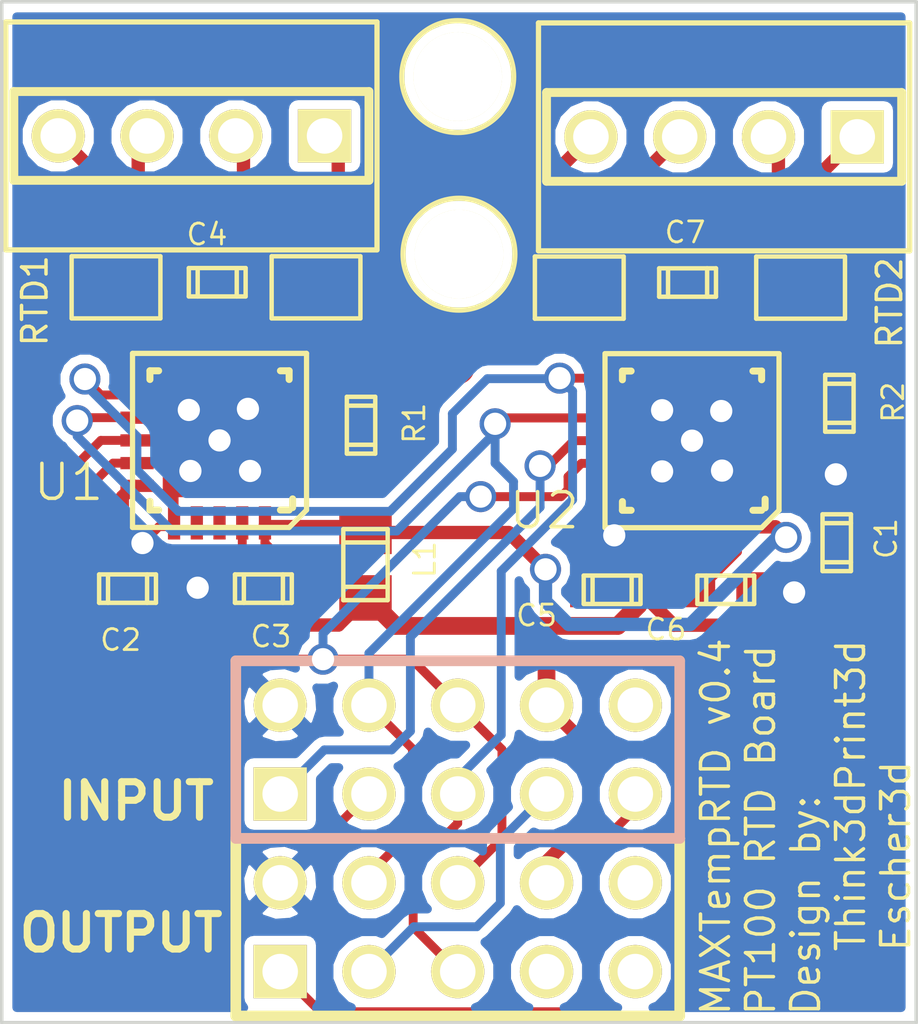
<source format=kicad_pcb>
(kicad_pcb (version 4) (host pcbnew 4.0.2-stable)

  (general
    (links 68)
    (no_connects 0)
    (area 59.34456 29.894439 299.466001 245.364001)
    (thickness 1.6)
    (drawings 8)
    (tracks 303)
    (zones 0)
    (modules 24)
    (nets 23)
  )

  (page User 140.005 140.005)
  (title_block
    (title MaxBoardRTD)
    (rev 0.3)
    (company "Think3dPrint3d and Escher3d")
  )

  (layers
    (0 F.Cu signal)
    (31 B.Cu signal hide)
    (35 F.Paste user hide)
    (36 B.SilkS user)
    (37 F.SilkS user)
    (38 B.Mask user)
    (39 F.Mask user)
    (41 Cmts.User user hide)
    (44 Edge.Cuts user)
  )

  (setup
    (last_trace_width 0.381)
    (user_trace_width 0.381)
    (user_trace_width 0.4455)
    (user_trace_width 0.508)
    (trace_clearance 0.254)
    (zone_clearance 0.254)
    (zone_45_only yes)
    (trace_min 0.254)
    (segment_width 0.2)
    (edge_width 0.1)
    (via_size 0.889)
    (via_drill 0.635)
    (via_min_size 0.889)
    (via_min_drill 0.508)
    (uvia_size 0.508)
    (uvia_drill 0.127)
    (uvias_allowed no)
    (uvia_min_size 0.508)
    (uvia_min_drill 0.127)
    (pcb_text_width 0.3)
    (pcb_text_size 1.5 1.5)
    (mod_edge_width 0.381)
    (mod_text_size 1 1)
    (mod_text_width 0.15)
    (pad_size 2.54 2.54)
    (pad_drill 2.54)
    (pad_to_mask_clearance 0)
    (aux_axis_origin 59.6011 59.14136)
    (visible_elements 7FFFF77F)
    (pcbplotparams
      (layerselection 0x010f8_80000001)
      (usegerberextensions true)
      (excludeedgelayer true)
      (linewidth 0.150000)
      (plotframeref false)
      (viasonmask false)
      (mode 1)
      (useauxorigin true)
      (hpglpennumber 1)
      (hpglpenspeed 20)
      (hpglpendiameter 15)
      (hpglpenoverlay 2)
      (psnegative false)
      (psa4output false)
      (plotreference true)
      (plotvalue true)
      (plotinvisibletext false)
      (padsonsilk false)
      (subtractmaskfromsilk true)
      (outputformat 1)
      (mirror false)
      (drillshape 0)
      (scaleselection 1)
      (outputdirectory MaxTempRTDv0.4_CAM/))
  )

  (net 0 "")
  (net 1 3.3V)
  (net 2 A_3.3V)
  (net 3 CS_1)
  (net 4 CS_2)
  (net 5 CS_3)
  (net 6 CS_4)
  (net 7 GND)
  (net 8 MISO)
  (net 9 MOSI)
  (net 10 N-000002)
  (net 11 N-0000023)
  (net 12 N-000003)
  (net 13 N-0000030)
  (net 14 RC_1_A1)
  (net 15 RC_1_A2)
  (net 16 RC_1_B1)
  (net 17 RC_1_B2)
  (net 18 RC_2_A1)
  (net 19 RC_2_A2)
  (net 20 RC_2_B1)
  (net 21 RC_2_B2)
  (net 22 SCLK)

  (net_class Default "This is the default net class."
    (clearance 0.254)
    (trace_width 0.254)
    (via_dia 0.889)
    (via_drill 0.635)
    (uvia_dia 0.508)
    (uvia_drill 0.127)
    (add_net 3.3V)
    (add_net A_3.3V)
    (add_net CS_1)
    (add_net CS_2)
    (add_net CS_3)
    (add_net CS_4)
    (add_net GND)
    (add_net MISO)
    (add_net MOSI)
    (add_net N-000002)
    (add_net N-0000023)
    (add_net N-000003)
    (add_net N-0000030)
    (add_net RC_1_A1)
    (add_net RC_1_A2)
    (add_net RC_1_B1)
    (add_net RC_1_B2)
    (add_net RC_2_A1)
    (add_net RC_2_A2)
    (add_net RC_2_B1)
    (add_net RC_2_B2)
    (add_net SCLK)
  )

  (net_class 0.381 ""
    (clearance 0.254)
    (trace_width 0.381)
    (via_dia 0.889)
    (via_drill 0.635)
    (uvia_dia 0.508)
    (uvia_drill 0.127)
  )

  (module PIN_ARRAY_5x2 locked (layer F.Cu) (tedit 5775499B) (tstamp 571184F9)
    (at 72.64456 51.33594)
    (descr "Double rangee de contacts 2 x 5 pins")
    (tags CONN)
    (path /5697DC82)
    (fp_text reference P4 (at -7.5819 -0.0381) (layer F.SilkS) hide
      (effects (font (size 1.016 1.016) (thickness 0.2032)))
    )
    (fp_text value INPUT (at -9.20456 1.47406) (layer F.SilkS)
      (effects (font (size 1.016 1.016) (thickness 0.2032)))
    )
    (fp_line (start -6.35 -2.54) (end 6.35 -2.54) (layer B.SilkS) (width 0.3048))
    (fp_line (start 6.35 -2.54) (end 6.35 2.54) (layer B.SilkS) (width 0.3048))
    (fp_line (start 6.35 2.54) (end -6.35 2.54) (layer B.SilkS) (width 0.3048))
    (fp_line (start -6.35 2.54) (end -6.35 -2.54) (layer B.SilkS) (width 0.3048))
    (pad 1 thru_hole rect (at -5.08 1.27) (size 1.524 1.524) (drill 1.016) (layers *.Cu *.Mask F.SilkS)
      (net 4 CS_2))
    (pad 2 thru_hole circle (at -5.08 -1.27) (size 1.524 1.524) (drill 1.016) (layers *.Cu *.Mask F.SilkS)
      (net 7 GND))
    (pad 3 thru_hole circle (at -2.54 1.27) (size 1.524 1.524) (drill 1.016) (layers *.Cu *.Mask F.SilkS)
      (net 3 CS_1))
    (pad 4 thru_hole circle (at -2.54 -1.27) (size 1.524 1.524) (drill 1.016) (layers *.Cu *.Mask F.SilkS)
      (net 22 SCLK))
    (pad 5 thru_hole circle (at 0 1.27) (size 1.524 1.524) (drill 1.016) (layers *.Cu *.Mask F.SilkS)
      (net 9 MOSI))
    (pad 6 thru_hole circle (at 0 -1.27) (size 1.524 1.524) (drill 1.016) (layers *.Cu *.Mask F.SilkS)
      (net 8 MISO))
    (pad 7 thru_hole circle (at 2.54 1.27) (size 1.524 1.524) (drill 1.016) (layers *.Cu *.Mask F.SilkS)
      (net 5 CS_3))
    (pad 8 thru_hole circle (at 2.54 -1.27) (size 1.524 1.524) (drill 1.016) (layers *.Cu *.Mask F.SilkS)
      (net 1 3.3V))
    (pad 9 thru_hole circle (at 5.08 1.27) (size 1.524 1.524) (drill 1.016) (layers *.Cu *.Mask F.SilkS)
      (net 6 CS_4))
    (pad 10 thru_hole circle (at 5.08 -1.27) (size 1.524 1.524) (drill 1.016) (layers *.Cu *.Mask F.SilkS))
    (model pin_array/pins_array_5x2.wrl
      (at (xyz 0 0 0))
      (scale (xyz 1 1 1))
      (rotate (xyz 0 0 0))
    )
  )

  (module c_0805 (layer F.Cu) (tedit 5773DD05) (tstamp 5698CA86)
    (at 70.00494 46.04512 270)
    (descr "SMT capacitor, 0805")
    (path /569704AE)
    (fp_text reference L1 (at -0.14512 -1.69506 270) (layer F.SilkS)
      (effects (font (size 0.6 0.6) (thickness 0.08)))
    )
    (fp_text value "100 µH" (at 0 0.9906 270) (layer F.SilkS) hide
      (effects (font (size 0.29972 0.29972) (thickness 0.06096)))
    )
    (fp_line (start 0.635 -0.635) (end 0.635 0.635) (layer F.SilkS) (width 0.127))
    (fp_line (start -0.635 -0.635) (end -0.635 0.6096) (layer F.SilkS) (width 0.127))
    (fp_line (start -1.016 -0.635) (end 1.016 -0.635) (layer F.SilkS) (width 0.127))
    (fp_line (start 1.016 -0.635) (end 1.016 0.635) (layer F.SilkS) (width 0.127))
    (fp_line (start 1.016 0.635) (end -1.016 0.635) (layer F.SilkS) (width 0.127))
    (fp_line (start -1.016 0.635) (end -1.016 -0.635) (layer F.SilkS) (width 0.127))
    (pad 1 smd rect (at 0.9525 0 270) (size 1.30048 1.4986) (layers F.Cu F.Paste F.Mask)
      (net 1 3.3V))
    (pad 2 smd rect (at -0.9525 0 270) (size 1.30048 1.4986) (layers F.Cu F.Paste F.Mask)
      (net 2 A_3.3V))
    (model smd/capacitors/c_0805.wrl
      (at (xyz 0 0 0))
      (scale (xyz 1 1 1))
      (rotate (xyz 0 0 0))
    )
  )

  (module c_0603 (layer F.Cu) (tedit 5773DCEF) (tstamp 5698CA92)
    (at 83.56346 41.42994 270)
    (descr "SMT capacitor, 0603")
    (path /56970435)
    (fp_text reference R2 (at -0.02994 -1.53654 270) (layer F.SilkS)
      (effects (font (size 0.6 0.6) (thickness 0.08)))
    )
    (fp_text value "400R  0.1% 25ppm/C" (at 0 0.635 270) (layer F.SilkS) hide
      (effects (font (size 0.20066 0.20066) (thickness 0.04064)))
    )
    (fp_line (start 0.5588 0.4064) (end 0.5588 -0.4064) (layer F.SilkS) (width 0.127))
    (fp_line (start -0.5588 -0.381) (end -0.5588 0.4064) (layer F.SilkS) (width 0.127))
    (fp_line (start -0.8128 -0.4064) (end 0.8128 -0.4064) (layer F.SilkS) (width 0.127))
    (fp_line (start 0.8128 -0.4064) (end 0.8128 0.4064) (layer F.SilkS) (width 0.127))
    (fp_line (start 0.8128 0.4064) (end -0.8128 0.4064) (layer F.SilkS) (width 0.127))
    (fp_line (start -0.8128 0.4064) (end -0.8128 -0.4064) (layer F.SilkS) (width 0.127))
    (pad 1 smd rect (at 0.75184 0 270) (size 0.89916 1.00076) (layers F.Cu F.Paste F.Mask)
      (net 12 N-000003))
    (pad 2 smd rect (at -0.75184 0 270) (size 0.89916 1.00076) (layers F.Cu F.Paste F.Mask)
      (net 10 N-000002))
    (model smd/capacitors/c_0603.wrl
      (at (xyz 0 0 0))
      (scale (xyz 1 1 1))
      (rotate (xyz 0 0 0))
    )
  )

  (module c_0603 (layer F.Cu) (tedit 5773DD81) (tstamp 5698CA9E)
    (at 80.31226 46.76394 180)
    (descr "SMT capacitor, 0603")
    (path /5697042F)
    (fp_text reference C6 (at 1.71226 -1.13606 180) (layer F.SilkS)
      (effects (font (size 0.6 0.6) (thickness 0.08)))
    )
    (fp_text value 0.1u (at 0 0.635 180) (layer F.SilkS) hide
      (effects (font (size 0.20066 0.20066) (thickness 0.04064)))
    )
    (fp_line (start 0.5588 0.4064) (end 0.5588 -0.4064) (layer F.SilkS) (width 0.127))
    (fp_line (start -0.5588 -0.381) (end -0.5588 0.4064) (layer F.SilkS) (width 0.127))
    (fp_line (start -0.8128 -0.4064) (end 0.8128 -0.4064) (layer F.SilkS) (width 0.127))
    (fp_line (start 0.8128 -0.4064) (end 0.8128 0.4064) (layer F.SilkS) (width 0.127))
    (fp_line (start 0.8128 0.4064) (end -0.8128 0.4064) (layer F.SilkS) (width 0.127))
    (fp_line (start -0.8128 0.4064) (end -0.8128 -0.4064) (layer F.SilkS) (width 0.127))
    (pad 1 smd rect (at 0.75184 0 180) (size 0.89916 1.00076) (layers F.Cu F.Paste F.Mask)
      (net 2 A_3.3V))
    (pad 2 smd rect (at -0.75184 0 180) (size 0.89916 1.00076) (layers F.Cu F.Paste F.Mask)
      (net 7 GND))
    (model smd/capacitors/c_0603.wrl
      (at (xyz 0 0 0))
      (scale (xyz 1 1 1))
      (rotate (xyz 0 0 0))
    )
  )

  (module c_0603 (layer F.Cu) (tedit 5773E2BF) (tstamp 5698CAAA)
    (at 79.22006 37.97554)
    (descr "SMT capacitor, 0603")
    (path /56970489)
    (fp_text reference C7 (at -0.07006 -1.43554) (layer F.SilkS)
      (effects (font (size 0.6 0.6) (thickness 0.08)))
    )
    (fp_text value 100nF (at 0 0.635) (layer F.SilkS) hide
      (effects (font (size 0.20066 0.20066) (thickness 0.04064)))
    )
    (fp_line (start 0.5588 0.4064) (end 0.5588 -0.4064) (layer F.SilkS) (width 0.127))
    (fp_line (start -0.5588 -0.381) (end -0.5588 0.4064) (layer F.SilkS) (width 0.127))
    (fp_line (start -0.8128 -0.4064) (end 0.8128 -0.4064) (layer F.SilkS) (width 0.127))
    (fp_line (start 0.8128 -0.4064) (end 0.8128 0.4064) (layer F.SilkS) (width 0.127))
    (fp_line (start 0.8128 0.4064) (end -0.8128 0.4064) (layer F.SilkS) (width 0.127))
    (fp_line (start -0.8128 0.4064) (end -0.8128 -0.4064) (layer F.SilkS) (width 0.127))
    (pad 1 smd rect (at 0.75184 0) (size 0.89916 1.00076) (layers F.Cu F.Paste F.Mask)
      (net 19 RC_2_A2))
    (pad 2 smd rect (at -0.75184 0) (size 0.89916 1.00076) (layers F.Cu F.Paste F.Mask)
      (net 20 RC_2_B1))
    (model smd/capacitors/c_0603.wrl
      (at (xyz 0 0 0))
      (scale (xyz 1 1 1))
      (rotate (xyz 0 0 0))
    )
  )

  (module c_0603 (layer F.Cu) (tedit 5773DD68) (tstamp 5698CAB6)
    (at 77.06106 46.76394)
    (descr "SMT capacitor, 0603")
    (path /56970429)
    (fp_text reference C5 (at -2.16106 0.73606) (layer F.SilkS)
      (effects (font (size 0.6 0.6) (thickness 0.08)))
    )
    (fp_text value 0.1u (at 0 0.635) (layer F.SilkS) hide
      (effects (font (size 0.20066 0.20066) (thickness 0.04064)))
    )
    (fp_line (start 0.5588 0.4064) (end 0.5588 -0.4064) (layer F.SilkS) (width 0.127))
    (fp_line (start -0.5588 -0.381) (end -0.5588 0.4064) (layer F.SilkS) (width 0.127))
    (fp_line (start -0.8128 -0.4064) (end 0.8128 -0.4064) (layer F.SilkS) (width 0.127))
    (fp_line (start 0.8128 -0.4064) (end 0.8128 0.4064) (layer F.SilkS) (width 0.127))
    (fp_line (start 0.8128 0.4064) (end -0.8128 0.4064) (layer F.SilkS) (width 0.127))
    (fp_line (start -0.8128 0.4064) (end -0.8128 -0.4064) (layer F.SilkS) (width 0.127))
    (pad 1 smd rect (at 0.75184 0) (size 0.89916 1.00076) (layers F.Cu F.Paste F.Mask)
      (net 1 3.3V))
    (pad 2 smd rect (at -0.75184 0) (size 0.89916 1.00076) (layers F.Cu F.Paste F.Mask)
      (net 7 GND))
    (model smd/capacitors/c_0603.wrl
      (at (xyz 0 0 0))
      (scale (xyz 1 1 1))
      (rotate (xyz 0 0 0))
    )
  )

  (module c_0603 (layer F.Cu) (tedit 5773DD24) (tstamp 5698CAC2)
    (at 83.48726 45.41774 90)
    (descr "SMT capacitor, 0603")
    (path /569704A6)
    (fp_text reference C1 (at 0.11774 1.41274 90) (layer F.SilkS)
      (effects (font (size 0.6 0.6) (thickness 0.08)))
    )
    (fp_text value 0.1u (at 0 0.635 90) (layer F.SilkS) hide
      (effects (font (size 0.20066 0.20066) (thickness 0.04064)))
    )
    (fp_line (start 0.5588 0.4064) (end 0.5588 -0.4064) (layer F.SilkS) (width 0.127))
    (fp_line (start -0.5588 -0.381) (end -0.5588 0.4064) (layer F.SilkS) (width 0.127))
    (fp_line (start -0.8128 -0.4064) (end 0.8128 -0.4064) (layer F.SilkS) (width 0.127))
    (fp_line (start 0.8128 -0.4064) (end 0.8128 0.4064) (layer F.SilkS) (width 0.127))
    (fp_line (start 0.8128 0.4064) (end -0.8128 0.4064) (layer F.SilkS) (width 0.127))
    (fp_line (start -0.8128 0.4064) (end -0.8128 -0.4064) (layer F.SilkS) (width 0.127))
    (pad 1 smd rect (at 0.75184 0 90) (size 0.89916 1.00076) (layers F.Cu F.Paste F.Mask)
      (net 7 GND))
    (pad 2 smd rect (at -0.75184 0 90) (size 0.89916 1.00076) (layers F.Cu F.Paste F.Mask)
      (net 1 3.3V))
    (model smd/capacitors/c_0603.wrl
      (at (xyz 0 0 0))
      (scale (xyz 1 1 1))
      (rotate (xyz 0 0 0))
    )
  )

  (module c_0603 (layer F.Cu) (tedit 5773E2CA) (tstamp 5698CACE)
    (at 65.76314 37.96792)
    (descr "SMT capacitor, 0603")
    (path /56970141)
    (fp_text reference C4 (at -0.29314 -1.36792) (layer F.SilkS)
      (effects (font (size 0.6 0.6) (thickness 0.08)))
    )
    (fp_text value 100nF (at 0 0.635) (layer F.SilkS) hide
      (effects (font (size 0.20066 0.20066) (thickness 0.04064)))
    )
    (fp_line (start 0.5588 0.4064) (end 0.5588 -0.4064) (layer F.SilkS) (width 0.127))
    (fp_line (start -0.5588 -0.381) (end -0.5588 0.4064) (layer F.SilkS) (width 0.127))
    (fp_line (start -0.8128 -0.4064) (end 0.8128 -0.4064) (layer F.SilkS) (width 0.127))
    (fp_line (start 0.8128 -0.4064) (end 0.8128 0.4064) (layer F.SilkS) (width 0.127))
    (fp_line (start 0.8128 0.4064) (end -0.8128 0.4064) (layer F.SilkS) (width 0.127))
    (fp_line (start -0.8128 0.4064) (end -0.8128 -0.4064) (layer F.SilkS) (width 0.127))
    (pad 1 smd rect (at 0.75184 0) (size 0.89916 1.00076) (layers F.Cu F.Paste F.Mask)
      (net 15 RC_1_A2))
    (pad 2 smd rect (at -0.75184 0) (size 0.89916 1.00076) (layers F.Cu F.Paste F.Mask)
      (net 16 RC_1_B1))
    (model smd/capacitors/c_0603.wrl
      (at (xyz 0 0 0))
      (scale (xyz 1 1 1))
      (rotate (xyz 0 0 0))
    )
  )

  (module c_0603 (layer F.Cu) (tedit 5773DCF1) (tstamp 5698CADA)
    (at 69.87794 42.05732 270)
    (descr "SMT capacitor, 0603")
    (path /5696F9A1)
    (fp_text reference R1 (at -0.05732 -1.52206 450) (layer F.SilkS)
      (effects (font (size 0.6 0.6) (thickness 0.08)))
    )
    (fp_text value "400R  0.1% 25ppm/C" (at 0 0.635 270) (layer F.SilkS) hide
      (effects (font (size 0.20066 0.20066) (thickness 0.04064)))
    )
    (fp_line (start 0.5588 0.4064) (end 0.5588 -0.4064) (layer F.SilkS) (width 0.127))
    (fp_line (start -0.5588 -0.381) (end -0.5588 0.4064) (layer F.SilkS) (width 0.127))
    (fp_line (start -0.8128 -0.4064) (end 0.8128 -0.4064) (layer F.SilkS) (width 0.127))
    (fp_line (start 0.8128 -0.4064) (end 0.8128 0.4064) (layer F.SilkS) (width 0.127))
    (fp_line (start 0.8128 0.4064) (end -0.8128 0.4064) (layer F.SilkS) (width 0.127))
    (fp_line (start -0.8128 0.4064) (end -0.8128 -0.4064) (layer F.SilkS) (width 0.127))
    (pad 1 smd rect (at 0.75184 0 270) (size 0.89916 1.00076) (layers F.Cu F.Paste F.Mask)
      (net 13 N-0000030))
    (pad 2 smd rect (at -0.75184 0 270) (size 0.89916 1.00076) (layers F.Cu F.Paste F.Mask)
      (net 11 N-0000023))
    (model smd/capacitors/c_0603.wrl
      (at (xyz 0 0 0))
      (scale (xyz 1 1 1))
      (rotate (xyz 0 0 0))
    )
  )

  (module c_0603 (layer F.Cu) (tedit 5773DD50) (tstamp 5698CAE6)
    (at 67.08394 46.73092)
    (descr "SMT capacitor, 0603")
    (path /5696F999)
    (fp_text reference C3 (at 0.21606 1.36908) (layer F.SilkS)
      (effects (font (size 0.6 0.6) (thickness 0.08)))
    )
    (fp_text value 0.1u (at 0 0.635) (layer F.SilkS) hide
      (effects (font (size 0.20066 0.20066) (thickness 0.04064)))
    )
    (fp_line (start 0.5588 0.4064) (end 0.5588 -0.4064) (layer F.SilkS) (width 0.127))
    (fp_line (start -0.5588 -0.381) (end -0.5588 0.4064) (layer F.SilkS) (width 0.127))
    (fp_line (start -0.8128 -0.4064) (end 0.8128 -0.4064) (layer F.SilkS) (width 0.127))
    (fp_line (start 0.8128 -0.4064) (end 0.8128 0.4064) (layer F.SilkS) (width 0.127))
    (fp_line (start 0.8128 0.4064) (end -0.8128 0.4064) (layer F.SilkS) (width 0.127))
    (fp_line (start -0.8128 0.4064) (end -0.8128 -0.4064) (layer F.SilkS) (width 0.127))
    (pad 1 smd rect (at 0.75184 0) (size 0.89916 1.00076) (layers F.Cu F.Paste F.Mask)
      (net 2 A_3.3V))
    (pad 2 smd rect (at -0.75184 0) (size 0.89916 1.00076) (layers F.Cu F.Paste F.Mask)
      (net 7 GND))
    (model smd/capacitors/c_0603.wrl
      (at (xyz 0 0 0))
      (scale (xyz 1 1 1))
      (rotate (xyz 0 0 0))
    )
  )

  (module c_0603 (layer F.Cu) (tedit 5773DD3B) (tstamp 5698CAF2)
    (at 63.19774 46.73092)
    (descr "SMT capacitor, 0603")
    (path /5696F98C)
    (fp_text reference C2 (at -0.19774 1.46908) (layer F.SilkS)
      (effects (font (size 0.6 0.6) (thickness 0.08)))
    )
    (fp_text value 0.1u (at 0 0.635) (layer F.SilkS) hide
      (effects (font (size 0.20066 0.20066) (thickness 0.04064)))
    )
    (fp_line (start 0.5588 0.4064) (end 0.5588 -0.4064) (layer F.SilkS) (width 0.127))
    (fp_line (start -0.5588 -0.381) (end -0.5588 0.4064) (layer F.SilkS) (width 0.127))
    (fp_line (start -0.8128 -0.4064) (end 0.8128 -0.4064) (layer F.SilkS) (width 0.127))
    (fp_line (start 0.8128 -0.4064) (end 0.8128 0.4064) (layer F.SilkS) (width 0.127))
    (fp_line (start 0.8128 0.4064) (end -0.8128 0.4064) (layer F.SilkS) (width 0.127))
    (fp_line (start -0.8128 0.4064) (end -0.8128 -0.4064) (layer F.SilkS) (width 0.127))
    (pad 1 smd rect (at 0.75184 0) (size 0.89916 1.00076) (layers F.Cu F.Paste F.Mask)
      (net 1 3.3V))
    (pad 2 smd rect (at -0.75184 0) (size 0.89916 1.00076) (layers F.Cu F.Paste F.Mask)
      (net 7 GND))
    (model smd/capacitors/c_0603.wrl
      (at (xyz 0 0 0))
      (scale (xyz 1 1 1))
      (rotate (xyz 0 0 0))
    )
  )

  (module SCREW_TERMINAL_4x1 locked (layer F.Cu) (tedit 57118638) (tstamp 5698CA6E)
    (at 80.26456 33.80994 180)
    (descr "Double rangee de contacts 2 x 5 pins")
    (tags CONN)
    (path /56970BFC)
    (fp_text reference P2 (at 0 -2.54 180) (layer F.SilkS) hide
      (effects (font (size 1.016 1.016) (thickness 0.2032)))
    )
    (fp_text value RTD2 (at -4.734 -4.74726 270) (layer F.SilkS)
      (effects (font (size 0.7 0.7) (thickness 0.1)))
    )
    (fp_line (start -5.31 -3.26) (end 5.31 -3.26) (layer F.SilkS) (width 0.15))
    (fp_line (start 5.31 -3.26) (end 5.31 3.26) (layer F.SilkS) (width 0.15))
    (fp_line (start 5.31 3.26) (end -5.31 3.26) (layer F.SilkS) (width 0.15))
    (fp_line (start -5.31 3.26) (end -5.31 -3.26) (layer F.SilkS) (width 0.15))
    (fp_line (start 5.08 1.27) (end -5.08 1.27) (layer F.SilkS) (width 0.254))
    (fp_line (start 5.08 -1.27) (end -5.08 -1.27) (layer F.SilkS) (width 0.254))
    (fp_line (start -5.08 -1.27) (end -5.08 1.27) (layer F.SilkS) (width 0.254))
    (fp_line (start 5.08 1.27) (end 5.08 -1.27) (layer F.SilkS) (width 0.254))
    (pad 1 thru_hole rect (at -3.81 0 180) (size 1.524 1.524) (drill 1.016) (layers *.Cu *.Mask F.SilkS)
      (net 18 RC_2_A1))
    (pad 2 thru_hole circle (at -1.27 0 180) (size 1.524 1.524) (drill 1.016) (layers *.Cu *.Mask F.SilkS)
      (net 19 RC_2_A2))
    (pad 3 thru_hole circle (at 1.27 0 180) (size 1.524 1.524) (drill 1.016) (layers *.Cu *.Mask F.SilkS)
      (net 20 RC_2_B1))
    (pad 4 thru_hole circle (at 3.81 0 180) (size 1.524 1.524) (drill 1.016) (layers *.Cu *.Mask F.SilkS)
      (net 21 RC_2_B2))
    (model pin_array\pins_array_4x1.wrl
      (at (xyz 0 0 0))
      (scale (xyz 1 1 1))
      (rotate (xyz 0 0 0))
    )
  )

  (module SCREW_TERMINAL_4x1 locked (layer F.Cu) (tedit 57118630) (tstamp 5698CA7A)
    (at 65.02456 33.78244 180)
    (descr "Double rangee de contacts 2 x 5 pins")
    (tags CONN)
    (path /56970900)
    (fp_text reference P1 (at 0 -2.54 180) (layer F.SilkS) hide
      (effects (font (size 1.016 1.016) (thickness 0.2032)))
    )
    (fp_text value RTD1 (at 4.47858 -4.7138 270) (layer F.SilkS)
      (effects (font (size 0.7 0.7) (thickness 0.1)))
    )
    (fp_line (start -5.31 -3.26) (end 5.31 -3.26) (layer F.SilkS) (width 0.15))
    (fp_line (start 5.31 -3.26) (end 5.31 3.26) (layer F.SilkS) (width 0.15))
    (fp_line (start 5.31 3.26) (end -5.31 3.26) (layer F.SilkS) (width 0.15))
    (fp_line (start -5.31 3.26) (end -5.31 -3.26) (layer F.SilkS) (width 0.15))
    (fp_line (start 5.08 1.27) (end -5.08 1.27) (layer F.SilkS) (width 0.254))
    (fp_line (start 5.08 -1.27) (end -5.08 -1.27) (layer F.SilkS) (width 0.254))
    (fp_line (start -5.08 -1.27) (end -5.08 1.27) (layer F.SilkS) (width 0.254))
    (fp_line (start 5.08 1.27) (end 5.08 -1.27) (layer F.SilkS) (width 0.254))
    (pad 1 thru_hole rect (at -3.81 0 180) (size 1.524 1.524) (drill 1.016) (layers *.Cu *.Mask F.SilkS)
      (net 14 RC_1_A1))
    (pad 2 thru_hole circle (at -1.27 0 180) (size 1.524 1.524) (drill 1.016) (layers *.Cu *.Mask F.SilkS)
      (net 15 RC_1_A2))
    (pad 3 thru_hole circle (at 1.27 0 180) (size 1.524 1.524) (drill 1.016) (layers *.Cu *.Mask F.SilkS)
      (net 16 RC_1_B1))
    (pad 4 thru_hole circle (at 3.81 0 180) (size 1.524 1.524) (drill 1.016) (layers *.Cu *.Mask F.SilkS)
      (net 17 RC_1_B2))
    (model pin_array\pins_array_4x1.wrl
      (at (xyz 0 0 0))
      (scale (xyz 1 1 1))
      (rotate (xyz 0 0 0))
    )
  )

  (module PIN_ARRAY_5x2 locked (layer F.Cu) (tedit 57118659) (tstamp 5711850C)
    (at 72.64456 56.41594)
    (descr "Double rangee de contacts 2 x 5 pins")
    (tags CONN)
    (path /5697E298)
    (fp_text reference P3 (at -7.62 0.4953) (layer F.SilkS) hide
      (effects (font (size 1.016 1.016) (thickness 0.2032)))
    )
    (fp_text value OUTPUT (at -9.63224 0.1651) (layer F.SilkS)
      (effects (font (size 1.016 1.016) (thickness 0.2032)))
    )
    (fp_line (start -6.35 -2.54) (end 6.35 -2.54) (layer F.SilkS) (width 0.3048))
    (fp_line (start 6.35 -2.54) (end 6.35 2.54) (layer F.SilkS) (width 0.3048))
    (fp_line (start 6.35 2.54) (end -6.35 2.54) (layer F.SilkS) (width 0.3048))
    (fp_line (start -6.35 2.54) (end -6.35 -2.54) (layer F.SilkS) (width 0.3048))
    (pad 1 thru_hole rect (at -5.08 1.27) (size 1.524 1.524) (drill 1.016) (layers *.Cu *.Mask F.SilkS)
      (net 6 CS_4))
    (pad 2 thru_hole circle (at -5.08 -1.27) (size 1.524 1.524) (drill 1.016) (layers *.Cu *.Mask F.SilkS)
      (net 7 GND))
    (pad 3 thru_hole circle (at -2.54 1.27) (size 1.524 1.524) (drill 1.016) (layers *.Cu *.Mask F.SilkS)
      (net 5 CS_3))
    (pad 4 thru_hole circle (at -2.54 -1.27) (size 1.524 1.524) (drill 1.016) (layers *.Cu *.Mask F.SilkS)
      (net 22 SCLK))
    (pad 5 thru_hole circle (at 0 1.27) (size 1.524 1.524) (drill 1.016) (layers *.Cu *.Mask F.SilkS)
      (net 9 MOSI))
    (pad 6 thru_hole circle (at 0 -1.27) (size 1.524 1.524) (drill 1.016) (layers *.Cu *.Mask F.SilkS)
      (net 8 MISO))
    (pad 7 thru_hole circle (at 2.54 1.27) (size 1.524 1.524) (drill 1.016) (layers *.Cu *.Mask F.SilkS))
    (pad 8 thru_hole circle (at 2.54 -1.27) (size 1.524 1.524) (drill 1.016) (layers *.Cu *.Mask F.SilkS)
      (net 1 3.3V))
    (pad 9 thru_hole circle (at 5.08 1.27) (size 1.524 1.524) (drill 1.016) (layers *.Cu *.Mask F.SilkS))
    (pad 10 thru_hole circle (at 5.08 -1.27) (size 1.524 1.524) (drill 1.016) (layers *.Cu *.Mask F.SilkS))
    (model pin_array/pins_array_5x2.wrl
      (at (xyz 0 0 0))
      (scale (xyz 1 1 1))
      (rotate (xyz 0 0 0))
    )
  )

  (module Mount locked (layer F.Cu) (tedit 5697E6E0) (tstamp 5697E713)
    (at 72.67956 37.16528)
    (fp_text reference Mount (at 0 0) (layer F.SilkS) hide
      (effects (font (size 1 1) (thickness 0.15)))
    )
    (fp_text value VAL** (at 0 0) (layer F.SilkS) hide
      (effects (font (size 1 1) (thickness 0.15)))
    )
    (fp_circle (center 0 0) (end 0 -1.6) (layer F.SilkS) (width 0.15))
    (pad "" np_thru_hole circle (at 0 0) (size 2.54 2.54) (drill 2.54) (layers *.Cu *.Mask F.SilkS))
  )

  (module Mount locked (layer F.Cu) (tedit 5697FDF9) (tstamp 5697E726)
    (at 72.64456 32.08528)
    (fp_text reference Mount (at 0 0) (layer F.SilkS) hide
      (effects (font (size 1 1) (thickness 0.15)))
    )
    (fp_text value VAL** (at 0 0) (layer F.SilkS) hide
      (effects (font (size 1 1) (thickness 0.15)))
    )
    (fp_circle (center 0 0) (end 0 -1.6) (layer F.SilkS) (width 0.15))
    (pad "" np_thru_hole circle (at 0 0) (size 2.54 2.54) (drill 2.54) (layers *.Cu *.Mask F.SilkS))
  )

  (module QFN20_5x5 (layer F.Cu) (tedit 5773E2E6) (tstamp 5698CA4A)
    (at 79.34706 42.49928 180)
    (path /56970491)
    (fp_text reference U2 (at 4.22706 -2.00072 180) (layer F.SilkS)
      (effects (font (size 1.00076 1.00076) (thickness 0.1)))
    )
    (fp_text value MAX31865 (at 0 3.81 180) (layer F.SilkS) hide
      (effects (font (size 1.00076 1.00076) (thickness 0.1)))
    )
    (fp_line (start -1.99136 -2.4892) (end 2.4892 -2.4892) (layer F.SilkS) (width 0.14986))
    (fp_line (start -2.4892 -1.99136) (end -2.4892 2.4892) (layer F.SilkS) (width 0.14986))
    (fp_line (start -2.4892 -1.99136) (end -1.99136 -2.4892) (layer F.SilkS) (width 0.14986))
    (fp_line (start -2.09136 -1.67244) (end -2.09136 -1.92136) (layer F.SilkS) (width 0.20066))
    (fp_line (start -1.99136 -1.99136) (end -1.74244 -1.99136) (layer F.SilkS) (width 0.20066))
    (fp_line (start -1.74244 1.99136) (end -1.99136 1.99136) (layer F.SilkS) (width 0.20066))
    (fp_line (start -1.99136 1.99136) (end -1.99136 1.74244) (layer F.SilkS) (width 0.20066))
    (fp_line (start 1.99136 1.74244) (end 1.99136 1.99136) (layer F.SilkS) (width 0.20066))
    (fp_line (start 1.99136 1.99136) (end 1.74244 1.99136) (layer F.SilkS) (width 0.20066))
    (fp_line (start 1.74244 -1.99136) (end 1.99136 -1.99136) (layer F.SilkS) (width 0.20066))
    (fp_line (start 1.99136 -1.99136) (end 1.99136 -1.74244) (layer F.SilkS) (width 0.20066))
    (fp_line (start 2.4892 2.4892) (end -2.4892 2.4892) (layer F.SilkS) (width 0.14986))
    (fp_line (start 2.4892 -2.4892) (end 2.4892 2.4892) (layer F.SilkS) (width 0.14986))
    (pad 21 smd rect (at 0 0 90) (size 3.25 3.25) (layers F.Cu F.Paste F.Mask)
      (net 7 GND))
    (pad 1 smd rect (at -2.36 -1.3) (size 0.95 0.35) (layers F.Cu F.Paste F.Mask)
      (net 12 N-000003))
    (pad 2 smd rect (at -2.36 -0.65) (size 0.95 0.35) (layers F.Cu F.Paste F.Mask)
      (net 12 N-000003))
    (pad 3 smd rect (at -2.36 0) (size 0.95 0.35) (layers F.Cu F.Paste F.Mask)
      (net 10 N-000002))
    (pad 4 smd rect (at -2.36 0.65) (size 0.95 0.35) (layers F.Cu F.Paste F.Mask)
      (net 10 N-000002))
    (pad 5 smd rect (at -2.36 1.3) (size 0.95 0.35) (layers F.Cu F.Paste F.Mask)
      (net 18 RC_2_A1))
    (pad 6 smd rect (at -1.3 2.36 90) (size 0.95 0.35) (layers F.Cu F.Paste F.Mask)
      (net 7 GND))
    (pad 7 smd rect (at -0.65 2.36 90) (size 0.95 0.35) (layers F.Cu F.Paste F.Mask)
      (net 19 RC_2_A2))
    (pad 8 smd rect (at 0 2.36 270) (size 0.95 0.35) (layers F.Cu F.Paste F.Mask)
      (net 20 RC_2_B1))
    (pad 9 smd rect (at 0.65 2.36 90) (size 0.95 0.35) (layers F.Cu F.Paste F.Mask)
      (net 21 RC_2_B2))
    (pad 10 smd rect (at 1.3 2.36 90) (size 0.95 0.35) (layers F.Cu F.Paste F.Mask)
      (net 7 GND))
    (pad 11 smd rect (at 2.36 1.3) (size 0.95 0.35) (layers F.Cu F.Paste F.Mask)
      (net 9 MOSI))
    (pad 12 smd rect (at 2.36 0.65) (size 0.95 0.35) (layers F.Cu F.Paste F.Mask)
      (net 22 SCLK))
    (pad 13 smd rect (at 2.36 0) (size 0.95 0.35) (layers F.Cu F.Paste F.Mask)
      (net 4 CS_2))
    (pad 14 smd rect (at 2.36 -0.65) (size 0.95 0.35) (layers F.Cu F.Paste F.Mask)
      (net 8 MISO))
    (pad 15 smd rect (at 2.36 -1.3) (size 0.95 0.35) (layers F.Cu F.Paste F.Mask)
      (net 7 GND))
    (pad 16 smd rect (at 1.3 -2.36 90) (size 0.95 0.35) (layers F.Cu F.Paste F.Mask)
      (net 7 GND))
    (pad 17 smd rect (at 0.65 -2.36 90) (size 0.95 0.35) (layers F.Cu F.Paste F.Mask))
    (pad 18 smd rect (at 0 -2.36 90) (size 0.95 0.35) (layers F.Cu F.Paste F.Mask))
    (pad 19 smd rect (at -0.65 -2.36 90) (size 0.95 0.35) (layers F.Cu F.Paste F.Mask)
      (net 1 3.3V))
    (pad 20 smd rect (at -1.3 -2.36 90) (size 0.95 0.35) (layers F.Cu F.Paste F.Mask)
      (net 2 A_3.3V))
    (model smd/qfn24.wrl
      (at (xyz 0 0 0))
      (scale (xyz 1 1 1))
      (rotate (xyz 0 0 0))
    )
  )

  (module QFN20_5x5 (layer F.Cu) (tedit 5773E2DF) (tstamp 5698CA24)
    (at 65.82918 42.49166 180)
    (path /5696F461)
    (fp_text reference U1 (at 4.31918 -1.19834 180) (layer F.SilkS)
      (effects (font (size 1.00076 1.00076) (thickness 0.1)))
    )
    (fp_text value MAX31865 (at 0 3.81 180) (layer F.SilkS) hide
      (effects (font (size 1.00076 1.00076) (thickness 0.1)))
    )
    (fp_line (start -1.99136 -2.4892) (end 2.4892 -2.4892) (layer F.SilkS) (width 0.14986))
    (fp_line (start -2.4892 -1.99136) (end -2.4892 2.4892) (layer F.SilkS) (width 0.14986))
    (fp_line (start -2.4892 -1.99136) (end -1.99136 -2.4892) (layer F.SilkS) (width 0.14986))
    (fp_line (start -2.09136 -1.67244) (end -2.09136 -1.92136) (layer F.SilkS) (width 0.20066))
    (fp_line (start -1.99136 -1.99136) (end -1.74244 -1.99136) (layer F.SilkS) (width 0.20066))
    (fp_line (start -1.74244 1.99136) (end -1.99136 1.99136) (layer F.SilkS) (width 0.20066))
    (fp_line (start -1.99136 1.99136) (end -1.99136 1.74244) (layer F.SilkS) (width 0.20066))
    (fp_line (start 1.99136 1.74244) (end 1.99136 1.99136) (layer F.SilkS) (width 0.20066))
    (fp_line (start 1.99136 1.99136) (end 1.74244 1.99136) (layer F.SilkS) (width 0.20066))
    (fp_line (start 1.74244 -1.99136) (end 1.99136 -1.99136) (layer F.SilkS) (width 0.20066))
    (fp_line (start 1.99136 -1.99136) (end 1.99136 -1.74244) (layer F.SilkS) (width 0.20066))
    (fp_line (start 2.4892 2.4892) (end -2.4892 2.4892) (layer F.SilkS) (width 0.14986))
    (fp_line (start 2.4892 -2.4892) (end 2.4892 2.4892) (layer F.SilkS) (width 0.14986))
    (pad 21 smd rect (at 0 0 90) (size 3.25 3.25) (layers F.Cu F.Paste F.Mask)
      (net 7 GND))
    (pad 1 smd rect (at -2.36 -1.3) (size 0.95 0.35) (layers F.Cu F.Paste F.Mask)
      (net 13 N-0000030))
    (pad 2 smd rect (at -2.36 -0.65) (size 0.95 0.35) (layers F.Cu F.Paste F.Mask)
      (net 13 N-0000030))
    (pad 3 smd rect (at -2.36 0) (size 0.95 0.35) (layers F.Cu F.Paste F.Mask)
      (net 11 N-0000023))
    (pad 4 smd rect (at -2.36 0.65) (size 0.95 0.35) (layers F.Cu F.Paste F.Mask)
      (net 11 N-0000023))
    (pad 5 smd rect (at -2.36 1.3) (size 0.95 0.35) (layers F.Cu F.Paste F.Mask)
      (net 14 RC_1_A1))
    (pad 6 smd rect (at -1.3 2.36 90) (size 0.95 0.35) (layers F.Cu F.Paste F.Mask)
      (net 7 GND))
    (pad 7 smd rect (at -0.65 2.36 90) (size 0.95 0.35) (layers F.Cu F.Paste F.Mask)
      (net 15 RC_1_A2))
    (pad 8 smd rect (at 0 2.36 270) (size 0.95 0.35) (layers F.Cu F.Paste F.Mask)
      (net 16 RC_1_B1))
    (pad 9 smd rect (at 0.65 2.36 90) (size 0.95 0.35) (layers F.Cu F.Paste F.Mask)
      (net 17 RC_1_B2))
    (pad 10 smd rect (at 1.3 2.36 90) (size 0.95 0.35) (layers F.Cu F.Paste F.Mask)
      (net 7 GND))
    (pad 11 smd rect (at 2.36 1.3) (size 0.95 0.35) (layers F.Cu F.Paste F.Mask)
      (net 9 MOSI))
    (pad 12 smd rect (at 2.36 0.65) (size 0.95 0.35) (layers F.Cu F.Paste F.Mask)
      (net 22 SCLK))
    (pad 13 smd rect (at 2.36 0) (size 0.95 0.35) (layers F.Cu F.Paste F.Mask)
      (net 3 CS_1))
    (pad 14 smd rect (at 2.36 -0.65) (size 0.95 0.35) (layers F.Cu F.Paste F.Mask)
      (net 8 MISO))
    (pad 15 smd rect (at 2.36 -1.3) (size 0.95 0.35) (layers F.Cu F.Paste F.Mask)
      (net 7 GND))
    (pad 16 smd rect (at 1.3 -2.36 90) (size 0.95 0.35) (layers F.Cu F.Paste F.Mask)
      (net 7 GND))
    (pad 17 smd rect (at 0.65 -2.36 90) (size 0.95 0.35) (layers F.Cu F.Paste F.Mask))
    (pad 18 smd rect (at 0 -2.36 90) (size 0.95 0.35) (layers F.Cu F.Paste F.Mask))
    (pad 19 smd rect (at -0.65 -2.36 90) (size 0.95 0.35) (layers F.Cu F.Paste F.Mask)
      (net 1 3.3V))
    (pad 20 smd rect (at -1.3 -2.36 90) (size 0.95 0.35) (layers F.Cu F.Paste F.Mask)
      (net 2 A_3.3V))
    (model smd/qfn24.wrl
      (at (xyz 0 0 0))
      (scale (xyz 1 1 1))
      (rotate (xyz 0 0 0))
    )
  )

  (module Fiducials:Fiducial_1mm_Dia_2.54mm_Outer_CopperTop (layer F.Cu) (tedit 5775487B) (tstamp 577558AC)
    (at 72.63 40.39)
    (descr "Circular Fiducial, 1mm bare copper top; 2.54mm keepout")
    (tags marker)
    (attr virtual)
    (fp_text reference REF** (at 3.4 0.7) (layer F.SilkS) hide
      (effects (font (size 1 1) (thickness 0.15)))
    )
    (fp_text value Fid (at 0 -1.8) (layer F.SilkS) hide
      (effects (font (size 1 1) (thickness 0.15)))
    )
    (fp_circle (center 0 0) (end 1.55 0) (layer F.CrtYd) (width 0.05))
    (pad ~ smd circle (at 0 0) (size 1 1) (layers F.Cu F.Mask)
      (solder_mask_margin 0.77) (clearance 0.77))
  )

  (module Fiducials:Fiducial_1mm_Dia_2.54mm_Outer_CopperTop (layer F.Cu) (tedit 57754978) (tstamp 57755917)
    (at 63.93 50.35)
    (descr "Circular Fiducial, 1mm bare copper top; 2.54mm keepout")
    (tags marker)
    (attr virtual)
    (fp_text reference REF** (at 3.4 0.7) (layer F.SilkS) hide
      (effects (font (size 1 1) (thickness 0.15)))
    )
    (fp_text value Fid (at 0 -1.8) (layer F.SilkS) hide
      (effects (font (size 1 1) (thickness 0.15)))
    )
    (fp_circle (center 0 0) (end 1.55 0) (layer F.CrtYd) (width 0.05))
    (pad ~ smd circle (at 0 0) (size 1 1) (layers F.Cu F.Mask)
      (solder_mask_margin 0.77) (clearance 0.77))
  )

  (module complib:SJ (layer F.Cu) (tedit 57754A1D) (tstamp 5698C9FE)
    (at 82.45348 38.1208 270)
    (tags "Solder Jumper")
    (path /5697045E)
    (attr virtual)
    (fp_text reference SJ3 (at -0.02032 -0.0254 360) (layer F.SilkS) hide
      (effects (font (size 1.016 0.762) (thickness 0.127)))
    )
    (fp_text value SJ (at -0.01778 -2.16916 360) (layer F.SilkS) hide
      (effects (font (size 0.762 0.762) (thickness 0.127)))
    )
    (fp_line (start -0.889 -1.27) (end -0.889 1.27) (layer F.SilkS) (width 0.127))
    (fp_line (start 0.889 1.27) (end 0.889 -1.27) (layer F.SilkS) (width 0.127))
    (fp_line (start 0.889 1.27) (end -0.889 1.27) (layer F.SilkS) (width 0.127))
    (fp_line (start -0.889 -1.27) (end 0.889 -1.27) (layer F.SilkS) (width 0.127))
    (pad 1 smd rect (at 0 -0.635 270) (size 1.27 0.9) (layers F.Cu F.Mask)
      (net 18 RC_2_A1) (solder_mask_margin 0.0508))
    (pad 2 smd rect (at 0 0.635 270) (size 1.27 0.9) (layers F.Cu F.Mask)
      (net 19 RC_2_A2) (solder_mask_margin 0.0508))
  )

  (module complib:SJ (layer F.Cu) (tedit 57754A1D) (tstamp 5698C9E0)
    (at 68.59016 38.11318 270)
    (tags "Solder Jumper")
    (path /5696FD85)
    (attr virtual)
    (fp_text reference SJ1 (at -0.02032 -0.0254 360) (layer F.SilkS) hide
      (effects (font (size 1.016 0.762) (thickness 0.127)))
    )
    (fp_text value SJ (at -0.01778 -2.16916 360) (layer F.SilkS) hide
      (effects (font (size 0.762 0.762) (thickness 0.127)))
    )
    (fp_line (start -0.889 -1.27) (end -0.889 1.27) (layer F.SilkS) (width 0.127))
    (fp_line (start 0.889 1.27) (end 0.889 -1.27) (layer F.SilkS) (width 0.127))
    (fp_line (start 0.889 1.27) (end -0.889 1.27) (layer F.SilkS) (width 0.127))
    (fp_line (start -0.889 -1.27) (end 0.889 -1.27) (layer F.SilkS) (width 0.127))
    (pad 1 smd rect (at 0 -0.635 270) (size 1.27 0.9) (layers F.Cu F.Mask)
      (net 14 RC_1_A1) (solder_mask_margin 0.0508))
    (pad 2 smd rect (at 0 0.635 270) (size 1.27 0.9) (layers F.Cu F.Mask)
      (net 15 RC_1_A2) (solder_mask_margin 0.0508))
  )

  (module complib:SJ (layer F.Cu) (tedit 57754A1D) (tstamp 5698C9EA)
    (at 62.86754 38.11318 270)
    (tags "Solder Jumper")
    (path /5696FD92)
    (attr virtual)
    (fp_text reference SJ2 (at -0.02032 -0.0254 360) (layer F.SilkS) hide
      (effects (font (size 1.016 0.762) (thickness 0.127)))
    )
    (fp_text value SJ (at -0.01778 -2.16916 360) (layer F.SilkS) hide
      (effects (font (size 0.762 0.762) (thickness 0.127)))
    )
    (fp_line (start -0.889 -1.27) (end -0.889 1.27) (layer F.SilkS) (width 0.127))
    (fp_line (start 0.889 1.27) (end 0.889 -1.27) (layer F.SilkS) (width 0.127))
    (fp_line (start 0.889 1.27) (end -0.889 1.27) (layer F.SilkS) (width 0.127))
    (fp_line (start -0.889 -1.27) (end 0.889 -1.27) (layer F.SilkS) (width 0.127))
    (pad 1 smd rect (at 0 -0.635 270) (size 1.27 0.9) (layers F.Cu F.Mask)
      (net 16 RC_1_B1) (solder_mask_margin 0.0508))
    (pad 2 smd rect (at 0 0.635 270) (size 1.27 0.9) (layers F.Cu F.Mask)
      (net 17 RC_1_B2) (solder_mask_margin 0.0508))
  )

  (module complib:SJ (layer F.Cu) (tedit 57754A1D) (tstamp 5698DAEC)
    (at 76.12126 38.1208 270)
    (tags "Solder Jumper")
    (path /56970464)
    (attr virtual)
    (fp_text reference SJ4 (at -0.02032 -0.0254 360) (layer F.SilkS) hide
      (effects (font (size 1.016 0.762) (thickness 0.127)))
    )
    (fp_text value SJ (at -0.01778 -2.16916 360) (layer F.SilkS) hide
      (effects (font (size 0.762 0.762) (thickness 0.127)))
    )
    (fp_line (start -0.889 -1.27) (end -0.889 1.27) (layer F.SilkS) (width 0.127))
    (fp_line (start 0.889 1.27) (end 0.889 -1.27) (layer F.SilkS) (width 0.127))
    (fp_line (start 0.889 1.27) (end -0.889 1.27) (layer F.SilkS) (width 0.127))
    (fp_line (start -0.889 -1.27) (end 0.889 -1.27) (layer F.SilkS) (width 0.127))
    (pad 1 smd rect (at 0 -0.635 270) (size 1.27 0.9) (layers F.Cu F.Mask)
      (net 20 RC_2_B1) (solder_mask_margin 0.0508))
    (pad 2 smd rect (at 0 0.635 270) (size 1.27 0.9) (layers F.Cu F.Mask)
      (net 21 RC_2_B2) (solder_mask_margin 0.0508))
  )

  (gr_text www.duet3d.com (at 65.4 31.6) (layer B.Mask)
    (effects (font (size 0.9 0.9) (thickness 0.1)) (justify mirror))
  )
  (gr_text "MAXTempRTD v0.4\nPT100 RTD Board\nDesign by:\n   Think3dPrint3d\n   Escher3d\n" (at 82.6 59 90) (layer F.SilkS)
    (effects (font (size 0.8 0.8) (thickness 0.1)) (justify left))
  )
  (dimension 26.162 (width 0.3) (layer Cmts.User)
    (gr_text "26.162 mm" (at 286.385 208.708001) (layer Cmts.User)
      (effects (font (size 1.5 1.5) (thickness 0.3)))
    )
    (feature1 (pts (xy 299.466 216.662) (xy 299.466 207.358001)))
    (feature2 (pts (xy 273.304 216.662) (xy 273.304 207.358001)))
    (crossbar (pts (xy 273.304 210.058001) (xy 299.466 210.058001)))
    (arrow1a (pts (xy 299.466 210.058001) (xy 298.339497 210.644421)))
    (arrow1b (pts (xy 299.466 210.058001) (xy 298.339497 209.471581)))
    (arrow2a (pts (xy 273.304 210.058001) (xy 274.430503 210.644421)))
    (arrow2b (pts (xy 273.304 210.058001) (xy 274.430503 209.471581)))
  )
  (dimension 28.702 (width 0.3) (layer Cmts.User)
    (gr_text "28.702 mm" (at 268.906 231.013 90) (layer Cmts.User)
      (effects (font (size 1.5 1.5) (thickness 0.3)))
    )
    (feature1 (pts (xy 273.304 216.662) (xy 267.556 216.662)))
    (feature2 (pts (xy 273.304 245.364) (xy 267.556 245.364)))
    (crossbar (pts (xy 270.256 245.364) (xy 270.256 216.662)))
    (arrow1a (pts (xy 270.256 216.662) (xy 270.84242 217.788503)))
    (arrow1b (pts (xy 270.256 216.662) (xy 269.66958 217.788503)))
    (arrow2a (pts (xy 270.256 245.364) (xy 270.84242 244.237497)))
    (arrow2b (pts (xy 270.256 245.364) (xy 269.66958 244.237497)))
  )
  (gr_line (start 59.59856 59.14644) (end 85.76056 59.14644) (angle 90) (layer Edge.Cuts) (width 0.1))
  (gr_line (start 85.76056 59.14644) (end 85.76056 29.94444) (angle 90) (layer Edge.Cuts) (width 0.1))
  (gr_line (start 59.59856 29.94444) (end 59.59856 59.14644) (angle 90) (layer Edge.Cuts) (width 0.1))
  (gr_line (start 85.76056 29.94444) (end 59.59856 29.94444) (angle 90) (layer Edge.Cuts) (width 0.1))

  (segment (start 75.18456 50.06594) (end 75.18456 48.31898) (width 0.508) (layer F.Cu) (net 1))
  (segment (start 75.18456 48.31898) (end 74.6633 47.79772) (width 0.508) (layer F.Cu) (net 1) (tstamp 571186F2))
  (segment (start 70.00494 46.99762) (end 70.06844 46.99762) (width 0.508) (layer F.Cu) (net 1))
  (segment (start 70.06844 46.99762) (end 70.86854 47.79772) (width 0.508) (layer F.Cu) (net 1) (tstamp 571186E2))
  (segment (start 70.86854 47.79772) (end 74.6633 47.79772) (width 0.508) (layer F.Cu) (net 1) (tstamp 571186E3))
  (segment (start 74.6633 47.79772) (end 77.22108 47.79772) (width 0.508) (layer F.Cu) (net 1) (tstamp 571186F5))
  (segment (start 77.8129 47.2059) (end 77.8129 46.76394) (width 0.508) (layer F.Cu) (net 1) (tstamp 571186E5))
  (segment (start 77.22108 47.79772) (end 77.8129 47.2059) (width 0.508) (layer F.Cu) (net 1) (tstamp 571186E4))
  (segment (start 75.18456 55.14594) (end 75.18456 54.53832) (width 0.381) (layer F.Cu) (net 1))
  (segment (start 75.18456 54.53832) (end 76.45654 53.26634) (width 0.381) (layer F.Cu) (net 1) (tstamp 571185AF))
  (segment (start 76.45654 51.33792) (end 75.18456 50.06594) (width 0.381) (layer F.Cu) (net 1) (tstamp 57118535))
  (segment (start 76.45654 53.26634) (end 76.45654 51.33792) (width 0.381) (layer F.Cu) (net 1) (tstamp 571185B5))
  (segment (start 77.8129 46.76394) (end 78.82636 47.7774) (width 0.381) (layer F.Cu) (net 1))
  (segment (start 83.48726 47.10176) (end 83.48726 46.16958) (width 0.381) (layer F.Cu) (net 1) (tstamp 5697EF8C))
  (segment (start 82.81162 47.7774) (end 83.48726 47.10176) (width 0.381) (layer F.Cu) (net 1) (tstamp 5697EF8B))
  (segment (start 78.82636 47.7774) (end 82.81162 47.7774) (width 0.381) (layer F.Cu) (net 1) (tstamp 5697EF87))
  (segment (start 70.06844 46.99762) (end 70.86854 47.79772) (width 0.381) (layer F.Cu) (net 1) (tstamp 5698DB94))
  (segment (start 79.99706 44.96428) (end 79.99706 45.58054) (width 0.254) (layer F.Cu) (net 1))
  (segment (start 78.7273 45.84954) (end 77.8129 46.76394) (width 0.254) (layer F.Cu) (net 1) (tstamp 5698DE0A))
  (segment (start 79.72806 45.84954) (end 78.7273 45.84954) (width 0.254) (layer F.Cu) (net 1) (tstamp 5698DE09))
  (segment (start 79.99706 45.58054) (end 79.72806 45.84954) (width 0.254) (layer F.Cu) (net 1) (tstamp 5698DE08))
  (segment (start 63.94958 46.94936) (end 64.77254 47.77232) (width 0.381) (layer F.Cu) (net 1) (tstamp 5698DB8F))
  (segment (start 69.23024 47.77232) (end 70.00494 46.99762) (width 0.381) (layer F.Cu) (net 1) (tstamp 5698DB91))
  (segment (start 64.77254 47.77232) (end 64.79794 47.77232) (width 0.381) (layer F.Cu) (net 1) (tstamp 5698DB90))
  (segment (start 64.79794 47.77232) (end 69.23024 47.77232) (width 0.381) (layer F.Cu) (net 1) (tstamp 5697E2D8))
  (segment (start 63.94958 46.73092) (end 63.94958 46.94936) (width 0.381) (layer F.Cu) (net 1))
  (segment (start 64.83858 45.84192) (end 66.47434 45.84192) (width 0.254) (layer F.Cu) (net 1))
  (segment (start 63.94958 46.73092) (end 64.83858 45.84192) (width 0.254) (layer F.Cu) (net 1) (tstamp 5698D969))
  (segment (start 66.47434 45.84192) (end 66.47918 45.83708) (width 0.254) (layer F.Cu) (net 1) (tstamp 5698D9F3))
  (segment (start 66.47918 45.83708) (end 66.47918 44.95666) (width 0.254) (layer F.Cu) (net 1) (tstamp 5698D9F4))
  (segment (start 74.10196 45.12564) (end 70.03796 45.12564) (width 0.381) (layer F.Cu) (net 2))
  (segment (start 75.15606 46.17974) (end 74.10196 45.12564) (width 0.381) (layer F.Cu) (net 2) (tstamp 5698DC0F))
  (via (at 75.15606 46.17974) (size 0.889) (layers F.Cu B.Cu) (net 2))
  (segment (start 75.15606 47.09414) (end 75.15606 46.17974) (width 0.381) (layer B.Cu) (net 2) (tstamp 5698DC0D))
  (segment (start 75.81646 47.75454) (end 75.15606 47.09414) (width 0.381) (layer B.Cu) (net 2) (tstamp 5698DC0C))
  (segment (start 79.29626 47.75454) (end 75.81646 47.75454) (width 0.381) (layer B.Cu) (net 2) (tstamp 5698DD20))
  (segment (start 81.78546 45.26534) (end 79.29626 47.75454) (width 0.381) (layer B.Cu) (net 2) (tstamp 5698DD1D))
  (segment (start 80.64706 44.96428) (end 81.7384 44.96428) (width 0.381) (layer F.Cu) (net 2))
  (segment (start 81.7384 44.96428) (end 82.03946 45.26534) (width 0.381) (layer F.Cu) (net 2) (tstamp 5698DC06))
  (via (at 82.03946 45.26534) (size 0.889) (layers F.Cu B.Cu) (net 2))
  (segment (start 82.03946 45.26534) (end 81.78546 45.26534) (width 0.381) (layer B.Cu) (net 2))
  (segment (start 79.56042 46.76394) (end 80.64706 45.6773) (width 0.254) (layer F.Cu) (net 2) (tstamp 5698DE05))
  (segment (start 80.64706 44.96428) (end 80.64706 45.6773) (width 0.254) (layer F.Cu) (net 2))
  (segment (start 70.03796 45.12564) (end 70.00494 45.09262) (width 0.381) (layer F.Cu) (net 2) (tstamp 5697EF59))
  (segment (start 70.60184 45.09262) (end 70.00494 45.09262) (width 0.381) (layer F.Cu) (net 2) (tstamp 5698DC10))
  (segment (start 67.12918 44.95666) (end 69.86898 44.95666) (width 0.381) (layer F.Cu) (net 2))
  (segment (start 69.86898 44.95666) (end 70.00494 45.09262) (width 0.381) (layer F.Cu) (net 2) (tstamp 5698DB8C))
  (segment (start 67.12918 44.95666) (end 67.12918 45.42996) (width 0.254) (layer F.Cu) (net 2))
  (segment (start 67.83578 46.13656) (end 67.83578 46.73092) (width 0.254) (layer F.Cu) (net 2) (tstamp 5698D9F8))
  (segment (start 67.12918 45.42996) (end 67.83578 46.13656) (width 0.254) (layer F.Cu) (net 2) (tstamp 5698D9F7))
  (segment (start 67.56098 46.45612) (end 67.83578 46.73092) (width 0.254) (layer F.Cu) (net 2) (tstamp 5698D961))
  (segment (start 60.69584 49.95) (end 60.69584 51.43584) (width 0.254) (layer F.Cu) (net 3))
  (segment (start 68.8205 53.89) (end 70.10456 52.60594) (width 0.254) (layer F.Cu) (net 3) (tstamp 577558EF))
  (segment (start 63.15 53.89) (end 68.8205 53.89) (width 0.254) (layer F.Cu) (net 3) (tstamp 577558ED))
  (segment (start 60.69584 51.43584) (end 63.15 53.89) (width 0.254) (layer F.Cu) (net 3) (tstamp 577558EB))
  (segment (start 60.69584 47.5742) (end 60.69584 49.95) (width 0.254) (layer F.Cu) (net 3))
  (segment (start 60.69584 44.22902) (end 62.4332 42.49166) (width 0.254) (layer F.Cu) (net 3) (tstamp 5711890C))
  (segment (start 60.69584 47.5742) (end 60.69584 44.22902) (width 0.254) (layer F.Cu) (net 3) (tstamp 57118902))
  (segment (start 63.46918 42.49166) (end 62.4332 42.49166) (width 0.254) (layer F.Cu) (net 3))
  (segment (start 75 43.22) (end 75 44.401576) (width 0.254) (layer B.Cu) (net 4))
  (segment (start 71.29018 48.111396) (end 71.29018 50.80762) (width 0.254) (layer B.Cu) (net 4) (tstamp 5773E0ED))
  (segment (start 75 44.401576) (end 71.29018 48.111396) (width 0.254) (layer B.Cu) (net 4) (tstamp 5773E0EC))
  (segment (start 76.98706 42.49928) (end 75.96072 42.49928) (width 0.254) (layer F.Cu) (net 4))
  (via (at 75 43.22) (size 0.889) (drill 0.635) (layers F.Cu B.Cu) (net 4))
  (segment (start 75.24 43.22) (end 75 43.22) (width 0.254) (layer F.Cu) (net 4) (tstamp 5773E089))
  (segment (start 75.96072 42.49928) (end 75.24 43.22) (width 0.254) (layer F.Cu) (net 4) (tstamp 5773E085))
  (segment (start 68.82694 51.34356) (end 67.56456 52.60594) (width 0.254) (layer B.Cu) (net 4) (tstamp 57118AB0))
  (segment (start 71.29018 50.80762) (end 70.75424 51.34356) (width 0.254) (layer B.Cu) (net 4) (tstamp 57118AAC))
  (segment (start 70.75424 51.34356) (end 68.82694 51.34356) (width 0.254) (layer B.Cu) (net 4) (tstamp 57118AAD))
  (segment (start 70.10456 57.68594) (end 71.38726 56.40324) (width 0.254) (layer B.Cu) (net 5))
  (segment (start 73.8632 53.9273) (end 75.18456 52.60594) (width 0.254) (layer B.Cu) (net 5) (tstamp 571185EE))
  (segment (start 73.8632 55.7276) (end 73.8632 53.9273) (width 0.254) (layer B.Cu) (net 5) (tstamp 571185EA))
  (segment (start 73.18756 56.40324) (end 73.8632 55.7276) (width 0.254) (layer B.Cu) (net 5) (tstamp 571185E8))
  (segment (start 71.38726 56.40324) (end 73.18756 56.40324) (width 0.254) (layer B.Cu) (net 5) (tstamp 571185E1))
  (segment (start 76.45654 54.75224) (end 76.45654 54.29504) (width 0.254) (layer F.Cu) (net 6))
  (segment (start 77.72456 53.02702) (end 77.72456 52.60594) (width 0.254) (layer F.Cu) (net 6) (tstamp 571185BC))
  (segment (start 76.45654 54.29504) (end 77.72456 53.02702) (width 0.254) (layer F.Cu) (net 6) (tstamp 571185B8))
  (segment (start 67.56456 57.68594) (end 68.71264 58.83402) (width 0.254) (layer F.Cu) (net 6))
  (segment (start 76.45654 58.16854) (end 76.45654 54.75224) (width 0.254) (layer F.Cu) (net 6) (tstamp 5711859F))
  (segment (start 75.79106 58.83402) (end 76.45654 58.16854) (width 0.254) (layer F.Cu) (net 6) (tstamp 57118591))
  (segment (start 68.71264 58.83402) (end 75.79106 58.83402) (width 0.254) (layer F.Cu) (net 6) (tstamp 57118584))
  (segment (start 63.04788 44.10796) (end 63.36418 43.79166) (width 0.381) (layer F.Cu) (net 7) (tstamp 5698DB62))
  (segment (start 63.04788 44.85132) (end 63.04788 44.10796) (width 0.381) (layer F.Cu) (net 7) (tstamp 5698DB61))
  (segment (start 63.1652 43.79166) (end 63.36418 43.79166) (width 0.254) (layer F.Cu) (net 7) (tstamp 5698D8D2))
  (segment (start 63.62446 45.4279) (end 63.04788 44.85132) (width 0.381) (layer F.Cu) (net 7))
  (via (at 63.62446 45.4279) (size 0.889) (layers F.Cu B.Cu) (net 7))
  (segment (start 63.62446 45.4279) (end 62.4459 46.60646) (width 0.381) (layer F.Cu) (net 7))
  (segment (start 62.4459 46.60646) (end 62.4459 46.73092) (width 0.381) (layer F.Cu) (net 7) (tstamp 5698DB5E))
  (segment (start 66.3321 46.73092) (end 65.22974 46.73092) (width 0.254) (layer F.Cu) (net 7))
  (via (at 65.20434 46.70552) (size 0.889) (layers F.Cu B.Cu) (net 7))
  (segment (start 65.22974 46.73092) (end 65.20434 46.70552) (width 0.254) (layer F.Cu) (net 7) (tstamp 5698D8CC))
  (segment (start 79.34706 42.49928) (end 80.20304 43.35526) (width 0.254) (layer B.Cu) (net 7))
  (segment (start 80.20558 43.35526) (end 79.34706 42.49928) (width 0.254) (layer F.Cu) (net 7) (tstamp 5697F1E2))
  (via (at 80.20558 43.35526) (size 0.889) (layers F.Cu B.Cu) (net 7))
  (segment (start 80.20304 43.35526) (end 80.20558 43.35526) (width 0.254) (layer B.Cu) (net 7) (tstamp 5697F1DD))
  (segment (start 79.34706 42.49928) (end 78.49108 43.35526) (width 0.254) (layer B.Cu) (net 7))
  (segment (start 78.49108 43.37812) (end 79.34706 42.49928) (width 0.254) (layer F.Cu) (net 7) (tstamp 5697F1D7))
  (via (at 78.49108 43.37812) (size 0.889) (layers F.Cu B.Cu) (net 7))
  (segment (start 78.49108 43.35526) (end 78.49108 43.37812) (width 0.254) (layer B.Cu) (net 7) (tstamp 5697F1D2))
  (segment (start 79.34706 42.49928) (end 80.18272 41.66362) (width 0.254) (layer B.Cu) (net 7))
  (segment (start 80.18272 41.65092) (end 79.34706 42.49928) (width 0.254) (layer F.Cu) (net 7) (tstamp 5697F1CC))
  (via (at 80.18272 41.65092) (size 0.889) (layers F.Cu B.Cu) (net 7))
  (segment (start 80.18272 41.66362) (end 80.18272 41.65092) (width 0.254) (layer B.Cu) (net 7) (tstamp 5697F1C7))
  (via (at 79.34706 42.49928) (size 0.889) (layers F.Cu B.Cu) (net 7))
  (segment (start 78.49108 41.6433) (end 79.34706 42.49928) (width 0.254) (layer F.Cu) (net 7) (tstamp 5697F1C2))
  (segment (start 78.49108 41.62806) (end 78.49108 41.6433) (width 0.254) (layer F.Cu) (net 7) (tstamp 5697F1C1))
  (via (at 78.49108 41.62806) (size 0.889) (layers F.Cu B.Cu) (net 7))
  (segment (start 79.34706 42.48404) (end 78.49108 41.62806) (width 0.254) (layer B.Cu) (net 7) (tstamp 5697F1BF))
  (segment (start 79.34706 42.49928) (end 79.34706 42.48404) (width 0.254) (layer B.Cu) (net 7) (tstamp 5697F1BE))
  (segment (start 65.82918 42.49166) (end 66.64198 41.67886) (width 0.254) (layer B.Cu) (net 7))
  (segment (start 66.64198 41.58996) (end 65.82918 42.49166) (width 0.254) (layer F.Cu) (net 7) (tstamp 5697F1BA))
  (via (at 66.64198 41.58996) (size 0.889) (layers F.Cu B.Cu) (net 7))
  (segment (start 66.64198 41.67886) (end 66.64198 41.58996) (width 0.254) (layer B.Cu) (net 7) (tstamp 5697F1B6))
  (segment (start 65.82918 42.49166) (end 66.70294 43.36542) (width 0.254) (layer B.Cu) (net 7))
  (segment (start 66.70294 43.36542) (end 65.82918 42.49166) (width 0.254) (layer F.Cu) (net 7) (tstamp 5697F1AE))
  (via (at 66.70294 43.36542) (size 0.889) (layers F.Cu B.Cu) (net 7))
  (segment (start 65.82918 42.49166) (end 64.99606 43.32478) (width 0.254) (layer B.Cu) (net 7))
  (segment (start 64.99606 43.36542) (end 65.82918 42.49166) (width 0.254) (layer F.Cu) (net 7) (tstamp 5697F1A6))
  (via (at 64.99606 43.36542) (size 0.889) (layers F.Cu B.Cu) (net 7))
  (segment (start 64.99606 43.32478) (end 64.99606 43.36542) (width 0.254) (layer B.Cu) (net 7) (tstamp 5697F1A1))
  (via (at 65.82918 42.49166) (size 0.889) (layers F.Cu B.Cu) (net 7))
  (segment (start 65.82156 42.49166) (end 64.95034 41.62044) (width 0.254) (layer B.Cu) (net 7) (tstamp 5697F195))
  (segment (start 65.82918 42.49166) (end 65.82156 42.49166) (width 0.254) (layer B.Cu) (net 7) (tstamp 5697F194))
  (segment (start 81.0641 46.76394) (end 82.19186 46.76394) (width 0.254) (layer F.Cu) (net 7) (status 10))
  (via (at 82.26806 46.84014) (size 0.889) (layers F.Cu B.Cu) (net 7))
  (segment (start 82.19186 46.76394) (end 82.26806 46.84014) (width 0.254) (layer F.Cu) (net 7) (tstamp 5698DDEC))
  (segment (start 76.30922 46.76394) (end 76.62926 46.4439) (width 0.381) (layer F.Cu) (net 7))
  (via (at 77.12202 45.20692) (size 0.889) (layers F.Cu B.Cu) (net 7))
  (segment (start 77.12202 45.53458) (end 77.12202 45.20692) (width 0.381) (layer F.Cu) (net 7) (tstamp 5698DDAF))
  (segment (start 76.62926 46.02734) (end 77.12202 45.53458) (width 0.381) (layer F.Cu) (net 7) (tstamp 5698DDAE))
  (segment (start 76.62926 46.4439) (end 76.62926 46.02734) (width 0.381) (layer F.Cu) (net 7) (tstamp 5698DDAD))
  (segment (start 83.48726 44.6659) (end 83.48726 43.48734) (width 0.254) (layer F.Cu) (net 7) (status 10))
  (via (at 83.46186 43.46194) (size 0.889) (layers F.Cu B.Cu) (net 7))
  (segment (start 83.48726 43.48734) (end 83.46186 43.46194) (width 0.254) (layer F.Cu) (net 7) (tstamp 5698DBD8))
  (segment (start 64.0957 44.95666) (end 63.62446 45.4279) (width 0.254) (layer F.Cu) (net 7) (tstamp 5698D5F6))
  (segment (start 64.52918 44.95666) (end 64.0957 44.95666) (width 0.254) (layer F.Cu) (net 7))
  (segment (start 76.88206 43.79928) (end 76.88206 43.97114) (width 0.381) (layer F.Cu) (net 7))
  (segment (start 77.36466 44.96428) (end 77.12202 45.20692) (width 0.254) (layer F.Cu) (net 7) (tstamp 5698D5FE))
  (segment (start 77.36466 44.96428) (end 78.04706 44.96428) (width 0.254) (layer F.Cu) (net 7))
  (segment (start 76.88206 44.96696) (end 77.12202 45.20692) (width 0.381) (layer F.Cu) (net 7) (tstamp 5698DB55))
  (segment (start 76.88206 43.97114) (end 76.88206 44.96696) (width 0.381) (layer F.Cu) (net 7) (tstamp 5698DB54))
  (segment (start 67.12918 40.02666) (end 67.12918 41.19166) (width 0.254) (layer F.Cu) (net 7))
  (segment (start 67.12918 41.19166) (end 65.82918 42.49166) (width 0.254) (layer F.Cu) (net 7) (tstamp 5698D5CB))
  (segment (start 80.64706 40.03428) (end 80.64706 41.19928) (width 0.254) (layer F.Cu) (net 7))
  (segment (start 80.64706 41.19928) (end 79.34706 42.49928) (width 0.254) (layer F.Cu) (net 7) (tstamp 5698D5C7))
  (segment (start 78.04706 40.03428) (end 78.04706 41.19928) (width 0.254) (layer F.Cu) (net 7))
  (segment (start 78.04706 41.19928) (end 79.34706 42.49928) (width 0.254) (layer F.Cu) (net 7) (tstamp 5698D5C3))
  (segment (start 78.04706 44.96428) (end 78.04706 43.79928) (width 0.254) (layer F.Cu) (net 7))
  (segment (start 78.04706 43.79928) (end 79.34706 42.49928) (width 0.254) (layer F.Cu) (net 7) (tstamp 5698D5BF))
  (segment (start 64.52918 44.95666) (end 64.52918 43.79166) (width 0.254) (layer F.Cu) (net 7))
  (segment (start 64.52918 43.79166) (end 65.82918 42.49166) (width 0.254) (layer F.Cu) (net 7) (tstamp 5698D401))
  (segment (start 64.52918 40.02666) (end 64.52918 41.19166) (width 0.254) (layer F.Cu) (net 7))
  (segment (start 64.52918 41.19166) (end 65.82918 42.49166) (width 0.254) (layer F.Cu) (net 7) (tstamp 5698D3FD))
  (segment (start 64.95796 41.62044) (end 65.82918 42.49166) (width 0.254) (layer F.Cu) (net 7) (tstamp 5697F199))
  (segment (start 64.95034 41.62044) (end 64.95796 41.62044) (width 0.254) (layer F.Cu) (net 7) (tstamp 5697F198))
  (via (at 64.95034 41.62044) (size 0.889) (layers F.Cu B.Cu) (net 7))
  (segment (start 61.203842 47.315122) (end 61.203842 45.986698) (width 0.254) (layer F.Cu) (net 8) (tstamp 57118911))
  (segment (start 61.21936 47.33064) (end 62.63872 48.75) (width 0.254) (layer F.Cu) (net 8))
  (segment (start 62.63872 48.75) (end 68.79 48.75) (width 0.254) (layer F.Cu) (net 8) (tstamp 5773E170))
  (segment (start 71.32862 48.75) (end 68.79 48.75) (width 0.254) (layer F.Cu) (net 8) (tstamp 5773E148))
  (segment (start 72.70412 44.1) (end 73.3 44.1) (width 0.254) (layer B.Cu) (net 8) (tstamp 5773E011))
  (via (at 68.79 48.75) (size 0.889) (drill 0.635) (layers F.Cu B.Cu) (net 8))
  (segment (start 68.79 48.75) (end 68.79 48.01412) (width 0.254) (layer B.Cu) (net 8) (tstamp 5773E153))
  (segment (start 68.79 48.01412) (end 72.70412 44.1) (width 0.254) (layer B.Cu) (net 8) (tstamp 5773E154))
  (segment (start 75.6 44.1) (end 73.3 44.1) (width 0.254) (layer F.Cu) (net 8) (tstamp 5773E080))
  (via (at 73.3 44.1) (size 0.889) (drill 0.635) (layers F.Cu B.Cu) (net 8))
  (segment (start 61.21936 47.33064) (end 61.203842 47.315122) (width 0.254) (layer F.Cu) (net 8) (tstamp 5773E16E))
  (segment (start 61.203842 45.986698) (end 62.1284 45.06214) (width 0.254) (layer F.Cu) (net 8) (tstamp 57118913))
  (segment (start 62.78396 43.14166) (end 62.1284 43.79722) (width 0.254) (layer F.Cu) (net 8) (tstamp 5697E425))
  (segment (start 63.46918 43.14166) (end 62.78396 43.14166) (width 0.254) (layer F.Cu) (net 8))
  (segment (start 62.1284 43.79722) (end 62.1284 45.06214) (width 0.254) (layer F.Cu) (net 8) (tstamp 5697E42B))
  (segment (start 75.8 43.9) (end 75.6 44.1) (width 0.254) (layer F.Cu) (net 8) (tstamp 5773E07E))
  (segment (start 75.8 43.53) (end 75.8 43.9) (width 0.254) (layer F.Cu) (net 8) (tstamp 5773E07C))
  (segment (start 72.64456 50.06594) (end 71.32862 48.75) (width 0.254) (layer F.Cu) (net 8))
  (segment (start 76.18072 43.14928) (end 76.98706 43.14928) (width 0.254) (layer F.Cu) (net 8))
  (segment (start 76.18072 43.14928) (end 75.8 43.53) (width 0.254) (layer F.Cu) (net 8) (tstamp 5773E076))
  (segment (start 72.64456 50.06594) (end 71.44822 48.8696) (width 0.254) (layer F.Cu) (net 8))
  (segment (start 72.64456 50.06594) (end 73.90892 51.3303) (width 0.254) (layer F.Cu) (net 8))
  (segment (start 73.90892 53.88158) (end 72.64456 55.14594) (width 0.254) (layer F.Cu) (net 8) (tstamp 571187F4))
  (segment (start 73.90892 51.3303) (end 73.90892 53.88158) (width 0.254) (layer F.Cu) (net 8) (tstamp 571187EE))
  (segment (start 73.8886 50.91176) (end 73.8886 46.2314) (width 0.254) (layer B.Cu) (net 9))
  (segment (start 75.93 44.19) (end 75.93 41.0812) (width 0.254) (layer B.Cu) (net 9) (tstamp 5773E0E3))
  (segment (start 73.8886 46.2314) (end 75.93 44.19) (width 0.254) (layer B.Cu) (net 9) (tstamp 5773E0DC))
  (segment (start 75.93 41.0812) (end 75.55992 40.71112) (width 0.254) (layer B.Cu) (net 9) (tstamp 5773E0AF))
  (segment (start 61.97854 40.73652) (end 61.97854 40.88892) (width 0.254) (layer B.Cu) (net 9))
  (segment (start 72.4916 41.72712) (end 73.49236 40.72636) (width 0.254) (layer B.Cu) (net 9) (tstamp 57118D30))
  (segment (start 72.4916 42.73804) (end 72.4916 41.72712) (width 0.254) (layer B.Cu) (net 9) (tstamp 57118D2E))
  (segment (start 70.70852 44.52112) (end 72.4916 42.73804) (width 0.254) (layer B.Cu) (net 9) (tstamp 57118D28))
  (segment (start 64.653162 44.52112) (end 70.70852 44.52112) (width 0.254) (layer B.Cu) (net 9) (tstamp 57118D25))
  (segment (start 63.465512 43.33347) (end 64.653162 44.52112) (width 0.254) (layer B.Cu) (net 9) (tstamp 57118D23))
  (segment (start 63.465512 42.375892) (end 63.465512 43.33347) (width 0.254) (layer B.Cu) (net 9) (tstamp 57118D1F))
  (segment (start 61.97854 40.88892) (end 63.465512 42.375892) (width 0.254) (layer B.Cu) (net 9) (tstamp 57118D1D))
  (segment (start 72.64456 52.1558) (end 73.8886 50.91176) (width 0.254) (layer B.Cu) (net 9) (tstamp 57118999))
  (segment (start 72.64456 52.60594) (end 72.64456 52.1558) (width 0.254) (layer B.Cu) (net 9))
  (segment (start 63.46918 41.19166) (end 62.43368 41.19166) (width 0.254) (layer F.Cu) (net 9))
  (via (at 61.97854 40.73652) (size 0.889) (layers F.Cu B.Cu) (net 9))
  (segment (start 62.43368 41.19166) (end 61.97854 40.73652) (width 0.254) (layer F.Cu) (net 9) (tstamp 571188AA))
  (segment (start 76.4989 40.71112) (end 76.98706 41.19928) (width 0.254) (layer F.Cu) (net 9) (tstamp 571188A7))
  (segment (start 75.55992 40.71112) (end 76.4989 40.71112) (width 0.254) (layer F.Cu) (net 9) (tstamp 571188A6))
  (via (at 75.55992 40.71112) (size 0.889) (layers F.Cu B.Cu) (net 9))
  (segment (start 75.54468 40.72636) (end 75.55992 40.71112) (width 0.254) (layer B.Cu) (net 9) (tstamp 5711889F))
  (segment (start 73.49236 40.72636) (end 75.54468 40.72636) (width 0.254) (layer B.Cu) (net 9) (tstamp 57118D34))
  (segment (start 72.64456 52.60594) (end 72.64456 53.44104) (width 0.254) (layer F.Cu) (net 9))
  (segment (start 71.36892 56.4103) (end 72.64456 57.68594) (width 0.254) (layer F.Cu) (net 9) (tstamp 57118807))
  (segment (start 71.36892 54.71668) (end 71.36892 56.4103) (width 0.254) (layer F.Cu) (net 9) (tstamp 57118802))
  (segment (start 72.64456 53.44104) (end 71.36892 54.71668) (width 0.254) (layer F.Cu) (net 9) (tstamp 571187F8))
  (segment (start 81.81206 41.84928) (end 82.38212 41.84928) (width 0.254) (layer F.Cu) (net 10))
  (segment (start 82.8675 40.6781) (end 83.56346 40.6781) (width 0.254) (layer F.Cu) (net 10) (tstamp 5698DD6D))
  (segment (start 82.80146 40.74414) (end 82.8675 40.6781) (width 0.254) (layer F.Cu) (net 10) (tstamp 5698DD6C))
  (segment (start 82.80146 41.42994) (end 82.80146 40.74414) (width 0.254) (layer F.Cu) (net 10) (tstamp 5698DD6B))
  (segment (start 82.38212 41.84928) (end 82.80146 41.42994) (width 0.254) (layer F.Cu) (net 10) (tstamp 5698DD6A))
  (segment (start 81.81206 42.49928) (end 81.81206 41.84928) (width 0.254) (layer F.Cu) (net 10))
  (segment (start 68.29418 41.84166) (end 69.34176 41.84166) (width 0.381) (layer F.Cu) (net 11))
  (segment (start 69.34176 41.84166) (end 69.87794 41.30548) (width 0.381) (layer F.Cu) (net 11) (tstamp 5698DA97))
  (segment (start 68.29418 42.49166) (end 68.29418 41.84166) (width 0.381) (layer F.Cu) (net 11))
  (segment (start 81.81206 43.14928) (end 82.60612 43.14928) (width 0.254) (layer F.Cu) (net 12))
  (segment (start 83.56346 42.19194) (end 83.56346 42.18178) (width 0.254) (layer F.Cu) (net 12) (tstamp 5698DD71))
  (segment (start 82.60612 43.14928) (end 83.56346 42.19194) (width 0.254) (layer F.Cu) (net 12) (tstamp 5698DD70))
  (segment (start 81.81206 43.79928) (end 81.81206 43.14928) (width 0.254) (layer F.Cu) (net 12))
  (segment (start 68.29418 43.14166) (end 69.54544 43.14166) (width 0.381) (layer F.Cu) (net 13) (status 20))
  (segment (start 69.54544 43.14166) (end 69.87794 42.80916) (width 0.381) (layer F.Cu) (net 13) (tstamp 5698D95E) (status 30))
  (segment (start 68.29418 43.79166) (end 68.29418 43.14166) (width 0.381) (layer F.Cu) (net 13))
  (segment (start 68.83456 33.78244) (end 69.22516 34.17304) (width 0.381) (layer F.Cu) (net 14))
  (segment (start 69.22516 34.17304) (end 69.22516 38.11318) (width 0.381) (layer F.Cu) (net 14) (tstamp 5697EA9D))
  (segment (start 68.29418 41.19166) (end 68.29418 40.46608) (width 0.381) (layer F.Cu) (net 14))
  (segment (start 69.22516 39.5351) (end 69.22516 38.11318) (width 0.381) (layer F.Cu) (net 14) (tstamp 5698DB2C))
  (segment (start 68.29418 40.46608) (end 69.22516 39.5351) (width 0.381) (layer F.Cu) (net 14) (tstamp 5698DB2B))
  (segment (start 66.29456 33.78244) (end 66.51498 34.00286) (width 0.381) (layer F.Cu) (net 15))
  (segment (start 66.51498 34.00286) (end 66.51498 37.96792) (width 0.381) (layer F.Cu) (net 15) (tstamp 5697EA9A))
  (segment (start 66.47918 40.02666) (end 66.47918 38.00372) (width 0.381) (layer F.Cu) (net 15))
  (segment (start 66.47918 38.00372) (end 66.51498 37.96792) (width 0.381) (layer F.Cu) (net 15) (tstamp 5698DA62))
  (segment (start 66.51498 37.96792) (end 67.8099 37.96792) (width 0.381) (layer F.Cu) (net 15))
  (segment (start 67.8099 37.96792) (end 67.95516 38.11318) (width 0.381) (layer F.Cu) (net 15) (tstamp 5698DA53))
  (segment (start 63.75456 33.78244) (end 63.50254 34.03446) (width 0.381) (layer F.Cu) (net 16))
  (segment (start 63.50254 34.03446) (end 63.50254 38.11318) (width 0.381) (layer F.Cu) (net 16) (tstamp 5697EA97))
  (segment (start 65.82918 40.02666) (end 65.82918 38.897318) (width 0.381) (layer F.Cu) (net 16))
  (segment (start 65.50914 37.96792) (end 65.0113 37.96792) (width 0.381) (layer F.Cu) (net 16) (tstamp 5698DA6A))
  (segment (start 65.58534 38.04412) (end 65.50914 37.96792) (width 0.381) (layer F.Cu) (net 16) (tstamp 5698DA69))
  (segment (start 65.58534 38.653478) (end 65.58534 38.04412) (width 0.381) (layer F.Cu) (net 16) (tstamp 5698DA68))
  (segment (start 65.82918 38.897318) (end 65.58534 38.653478) (width 0.381) (layer F.Cu) (net 16) (tstamp 5698DA67))
  (segment (start 63.50254 38.11318) (end 64.86604 38.11318) (width 0.381) (layer F.Cu) (net 16))
  (segment (start 64.86604 38.11318) (end 65.0113 37.96792) (width 0.381) (layer F.Cu) (net 16) (tstamp 5698DA50))
  (segment (start 64.949818 39.07) (end 65.17918 39.299362) (width 0.381) (layer F.Cu) (net 17))
  (segment (start 63.99508 39.36492) (end 64.29 39.07) (width 0.381) (layer F.Cu) (net 17) (tstamp 577559D2))
  (segment (start 64.29 39.07) (end 64.949818 39.07) (width 0.381) (layer F.Cu) (net 17) (tstamp 577559D3))
  (segment (start 62.23254 38.11318) (end 62.23254 38.85692) (width 0.381) (layer F.Cu) (net 17) (tstamp 5698DA72))
  (segment (start 62.74054 39.36492) (end 62.23254 38.85692) (width 0.381) (layer F.Cu) (net 17) (tstamp 5698DA71))
  (segment (start 63.85814 39.36492) (end 62.74054 39.36492) (width 0.381) (layer F.Cu) (net 17) (tstamp 5698DA70))
  (segment (start 63.85814 39.36492) (end 63.99508 39.36492) (width 0.381) (layer F.Cu) (net 17))
  (segment (start 65.17918 39.299362) (end 65.17918 40.13166) (width 0.381) (layer F.Cu) (net 17) (tstamp 577559E5) (status 800000))
  (segment (start 61.21456 33.78244) (end 62.23254 34.80042) (width 0.381) (layer F.Cu) (net 17))
  (segment (start 62.23254 34.80042) (end 62.23254 38.11318) (width 0.381) (layer F.Cu) (net 17) (tstamp 5697EA90))
  (segment (start 84.07456 33.80994) (end 83.08848 34.79602) (width 0.381) (layer F.Cu) (net 18))
  (segment (start 83.08848 34.79602) (end 83.08848 38.1208) (width 0.381) (layer F.Cu) (net 18) (tstamp 5697EAB1))
  (segment (start 81.81206 41.19928) (end 81.81206 40.26034) (width 0.381) (layer F.Cu) (net 18))
  (segment (start 83.08848 38.98392) (end 83.08848 38.1208) (width 0.381) (layer F.Cu) (net 18) (tstamp 5698DB30))
  (segment (start 81.81206 40.26034) (end 83.08848 38.98392) (width 0.381) (layer F.Cu) (net 18) (tstamp 5698DB2F))
  (segment (start 81.53456 33.80994) (end 81.81848 34.09386) (width 0.381) (layer F.Cu) (net 19))
  (segment (start 81.81848 34.09386) (end 81.81848 38.1208) (width 0.381) (layer F.Cu) (net 19) (tstamp 5697EAAE))
  (segment (start 81.81848 38.1208) (end 80.11716 38.1208) (width 0.381) (layer F.Cu) (net 19))
  (segment (start 80.11716 38.1208) (end 79.9719 37.97554) (width 0.381) (layer F.Cu) (net 19) (tstamp 5698DB19))
  (segment (start 79.9719 37.97554) (end 79.9719 38.70198) (width 0.381) (layer F.Cu) (net 19))
  (segment (start 79.99706 38.72714) (end 79.99706 40.03428) (width 0.381) (layer F.Cu) (net 19) (tstamp 5698DB16))
  (segment (start 79.9719 38.70198) (end 79.99706 38.72714) (width 0.381) (layer F.Cu) (net 19) (tstamp 5698DB15))
  (segment (start 78.99456 33.80994) (end 76.75626 36.04824) (width 0.381) (layer F.Cu) (net 20))
  (segment (start 76.75626 36.04824) (end 76.75626 38.1208) (width 0.381) (layer F.Cu) (net 20) (tstamp 5697EAA8))
  (segment (start 78.46822 37.97554) (end 78.46822 38.1635) (width 0.381) (layer F.Cu) (net 20))
  (segment (start 79.34706 39.04234) (end 79.34706 40.03428) (width 0.381) (layer F.Cu) (net 20) (tstamp 5698DAF1))
  (segment (start 78.46822 38.1635) (end 79.34706 39.04234) (width 0.381) (layer F.Cu) (net 20) (tstamp 5698DAF0))
  (segment (start 76.75626 38.1208) (end 78.32296 38.1208) (width 0.381) (layer F.Cu) (net 20))
  (segment (start 78.32296 38.1208) (end 78.46822 37.97554) (width 0.381) (layer F.Cu) (net 20) (tstamp 5698DAED))
  (segment (start 76.90866 39.57574) (end 77.15426 39.57574) (width 0.381) (layer F.Cu) (net 21))
  (segment (start 76.90866 39.57574) (end 75.86726 39.57574) (width 0.381) (layer F.Cu) (net 21) (tstamp 5698DB10))
  (segment (start 75.86726 39.57574) (end 75.48626 39.19474) (width 0.381) (layer F.Cu) (net 21) (tstamp 5698DB11))
  (segment (start 75.48626 38.1208) (end 75.48626 39.19474) (width 0.381) (layer F.Cu) (net 21) (tstamp 5698DB12))
  (segment (start 78.69706 39.35754) (end 78.69706 40.03428) (width 0.381) (layer F.Cu) (net 21))
  (segment (start 78.31952 38.98) (end 78.69706 39.35754) (width 0.381) (layer F.Cu) (net 21) (tstamp 577559DE))
  (segment (start 77.75 38.98) (end 78.31952 38.98) (width 0.381) (layer F.Cu) (net 21) (tstamp 577559DD))
  (segment (start 77.15426 39.57574) (end 77.75 38.98) (width 0.381) (layer F.Cu) (net 21) (tstamp 577559DC))
  (segment (start 76.45456 33.80994) (end 75.48626 34.77824) (width 0.381) (layer F.Cu) (net 21))
  (segment (start 75.48626 34.77824) (end 75.48626 38.1208) (width 0.381) (layer F.Cu) (net 21) (tstamp 5697EAA4))
  (segment (start 73.71334 42.01668) (end 73.88074 41.84928) (width 0.254) (layer F.Cu) (net 22) (tstamp 577558D4))
  (segment (start 73.88074 41.84928) (end 76.98706 41.84928) (width 0.254) (layer F.Cu) (net 22) (tstamp 577558D3))
  (segment (start 70.10456 50.06594) (end 70.10456 48.578592) (width 0.254) (layer B.Cu) (net 22))
  (segment (start 73.71334 43.14334) (end 73.71334 42.01668) (width 0.254) (layer B.Cu) (net 22) (tstamp 5773E102))
  (segment (start 74.24 43.67) (end 73.71334 43.14334) (width 0.254) (layer B.Cu) (net 22) (tstamp 5773E0FF))
  (segment (start 74.24 44.443152) (end 74.24 43.67) (width 0.254) (layer B.Cu) (net 22) (tstamp 5773E0FA))
  (segment (start 70.10456 48.578592) (end 74.24 44.443152) (width 0.254) (layer B.Cu) (net 22) (tstamp 5773E0F5))
  (segment (start 70.90156 45.08246) (end 73.71334 42.27068) (width 0.254) (layer B.Cu) (net 22))
  (segment (start 61.75756 42.37228) (end 64.46774 45.08246) (width 0.254) (layer B.Cu) (net 22) (tstamp 57118947))
  (segment (start 64.46774 45.08246) (end 70.90156 45.08246) (width 0.254) (layer B.Cu) (net 22) (tstamp 5711895E))
  (segment (start 61.75756 41.92524) (end 61.75756 42.37228) (width 0.254) (layer B.Cu) (net 22))
  (segment (start 73.71334 42.27068) (end 73.71334 42.01668) (width 0.254) (layer B.Cu) (net 22) (tstamp 57118A4C))
  (segment (start 73.88074 41.84928) (end 76.98706 41.84928) (width 0.254) (layer F.Cu) (net 22) (tstamp 57118A57))
  (via (at 73.71334 42.01668) (size 0.889) (layers F.Cu B.Cu) (net 22))
  (segment (start 73.71334 42.01668) (end 73.88074 41.84928) (width 0.254) (layer F.Cu) (net 22) (tstamp 57118A56))
  (segment (start 61.84114 41.84166) (end 63.46918 41.84166) (width 0.254) (layer F.Cu) (net 22) (tstamp 5711893D))
  (segment (start 61.75756 41.92524) (end 61.84114 41.84166) (width 0.254) (layer F.Cu) (net 22) (tstamp 5711893C))
  (via (at 61.75756 41.92524) (size 0.889) (layers F.Cu B.Cu) (net 22))
  (segment (start 70.10456 55.14594) (end 70.10456 54.899) (width 0.254) (layer F.Cu) (net 22))
  (segment (start 71.3486 51.30998) (end 70.10456 50.06594) (width 0.254) (layer F.Cu) (net 22) (tstamp 57118816))
  (segment (start 71.3486 53.65496) (end 71.3486 51.30998) (width 0.254) (layer F.Cu) (net 22) (tstamp 57118812))
  (segment (start 70.10456 54.899) (end 71.3486 53.65496) (width 0.254) (layer F.Cu) (net 22) (tstamp 5711880B))

  (zone (net 7) (net_name GND) (layer B.Cu) (tstamp 5697F094) (hatch edge 0.508)
    (connect_pads (clearance 0.254))
    (min_thickness 0.254)
    (fill yes (arc_segments 16) (thermal_gap 0.254) (thermal_bridge_width 0.508))
    (polygon
      (pts
        (xy 59.34456 30.19044) (xy 86.01456 30.19044) (xy 86.01456 59.14644) (xy 59.34456 59.14644) (xy 59.34456 30.69844)
      )
    )
    (filled_polygon
      (pts
        (xy 85.32956 58.71544) (xy 78.226091 58.71544) (xy 78.371172 58.655494) (xy 78.692983 58.334243) (xy 78.867361 57.914294)
        (xy 78.867758 57.459581) (xy 78.694114 57.039328) (xy 78.372863 56.717517) (xy 77.952914 56.543139) (xy 77.498201 56.542742)
        (xy 77.077948 56.716386) (xy 76.756137 57.037637) (xy 76.581759 57.457586) (xy 76.581362 57.912299) (xy 76.755006 58.332552)
        (xy 77.076257 58.654363) (xy 77.223347 58.71544) (xy 75.686091 58.71544) (xy 75.831172 58.655494) (xy 76.152983 58.334243)
        (xy 76.327361 57.914294) (xy 76.327758 57.459581) (xy 76.154114 57.039328) (xy 75.832863 56.717517) (xy 75.412914 56.543139)
        (xy 74.958201 56.542742) (xy 74.537948 56.716386) (xy 74.216137 57.037637) (xy 74.041759 57.457586) (xy 74.041362 57.912299)
        (xy 74.215006 58.332552) (xy 74.536257 58.654363) (xy 74.683347 58.71544) (xy 73.146091 58.71544) (xy 73.291172 58.655494)
        (xy 73.612983 58.334243) (xy 73.787361 57.914294) (xy 73.787758 57.459581) (xy 73.614114 57.039328) (xy 73.421365 56.846243)
        (xy 73.54677 56.76245) (xy 74.22241 56.08681) (xy 74.332531 55.922004) (xy 74.334475 55.912229) (xy 74.536257 56.114363)
        (xy 74.956206 56.288741) (xy 75.410919 56.289138) (xy 75.831172 56.115494) (xy 76.152983 55.794243) (xy 76.327361 55.374294)
        (xy 76.327362 55.372299) (xy 76.581362 55.372299) (xy 76.755006 55.792552) (xy 77.076257 56.114363) (xy 77.496206 56.288741)
        (xy 77.950919 56.289138) (xy 78.371172 56.115494) (xy 78.692983 55.794243) (xy 78.867361 55.374294) (xy 78.867758 54.919581)
        (xy 78.694114 54.499328) (xy 78.372863 54.177517) (xy 77.952914 54.003139) (xy 77.498201 54.002742) (xy 77.077948 54.176386)
        (xy 76.756137 54.497637) (xy 76.581759 54.917586) (xy 76.581362 55.372299) (xy 76.327362 55.372299) (xy 76.327758 54.919581)
        (xy 76.154114 54.499328) (xy 75.832863 54.177517) (xy 75.412914 54.003139) (xy 74.958201 54.002742) (xy 74.537948 54.176386)
        (xy 74.3712 54.342844) (xy 74.3712 54.13772) (xy 74.817694 53.691226) (xy 74.956206 53.748741) (xy 75.410919 53.749138)
        (xy 75.831172 53.575494) (xy 76.152983 53.254243) (xy 76.327361 52.834294) (xy 76.327362 52.832299) (xy 76.581362 52.832299)
        (xy 76.755006 53.252552) (xy 77.076257 53.574363) (xy 77.496206 53.748741) (xy 77.950919 53.749138) (xy 78.371172 53.575494)
        (xy 78.692983 53.254243) (xy 78.867361 52.834294) (xy 78.867758 52.379581) (xy 78.694114 51.959328) (xy 78.372863 51.637517)
        (xy 77.952914 51.463139) (xy 77.498201 51.462742) (xy 77.077948 51.636386) (xy 76.756137 51.957637) (xy 76.581759 52.377586)
        (xy 76.581362 52.832299) (xy 76.327362 52.832299) (xy 76.327758 52.379581) (xy 76.154114 51.959328) (xy 75.832863 51.637517)
        (xy 75.412914 51.463139) (xy 74.958201 51.462742) (xy 74.537948 51.636386) (xy 74.216137 51.957637) (xy 74.041759 52.377586)
        (xy 74.041362 52.832299) (xy 74.099376 52.972704) (xy 73.50399 53.56809) (xy 73.393869 53.732897) (xy 73.3552 53.9273)
        (xy 73.3552 54.239963) (xy 73.292863 54.177517) (xy 72.872914 54.003139) (xy 72.418201 54.002742) (xy 71.997948 54.176386)
        (xy 71.676137 54.497637) (xy 71.501759 54.917586) (xy 71.501362 55.372299) (xy 71.675006 55.792552) (xy 71.777515 55.89524)
        (xy 71.38726 55.89524) (xy 71.192857 55.933909) (xy 71.02805 56.04403) (xy 70.471426 56.600654) (xy 70.332914 56.543139)
        (xy 69.878201 56.542742) (xy 69.457948 56.716386) (xy 69.136137 57.037637) (xy 68.961759 57.457586) (xy 68.961362 57.912299)
        (xy 69.135006 58.332552) (xy 69.456257 58.654363) (xy 69.603347 58.71544) (xy 68.60491 58.71544) (xy 68.684419 58.599074)
        (xy 68.715024 58.44794) (xy 68.715024 56.92394) (xy 68.688457 56.78275) (xy 68.605014 56.653075) (xy 68.477694 56.566081)
        (xy 68.32656 56.535476) (xy 66.80256 56.535476) (xy 66.66137 56.562043) (xy 66.531695 56.645486) (xy 66.444701 56.772806)
        (xy 66.414096 56.92394) (xy 66.414096 58.44794) (xy 66.440663 58.58913) (xy 66.521941 58.71544) (xy 60.02956 58.71544)
        (xy 60.02956 55.9871) (xy 66.903005 55.9871) (xy 66.986384 56.157796) (xy 67.417615 56.302031) (xy 67.871217 56.270262)
        (xy 68.142736 56.157796) (xy 68.226115 55.9871) (xy 67.56456 55.325545) (xy 66.903005 55.9871) (xy 60.02956 55.9871)
        (xy 60.02956 54.998995) (xy 66.408469 54.998995) (xy 66.440238 55.452597) (xy 66.552704 55.724116) (xy 66.7234 55.807495)
        (xy 67.384955 55.14594) (xy 67.744165 55.14594) (xy 68.40572 55.807495) (xy 68.576416 55.724116) (xy 68.694089 55.372299)
        (xy 68.961362 55.372299) (xy 69.135006 55.792552) (xy 69.456257 56.114363) (xy 69.876206 56.288741) (xy 70.330919 56.289138)
        (xy 70.751172 56.115494) (xy 71.072983 55.794243) (xy 71.247361 55.374294) (xy 71.247758 54.919581) (xy 71.074114 54.499328)
        (xy 70.752863 54.177517) (xy 70.332914 54.003139) (xy 69.878201 54.002742) (xy 69.457948 54.176386) (xy 69.136137 54.497637)
        (xy 68.961759 54.917586) (xy 68.961362 55.372299) (xy 68.694089 55.372299) (xy 68.720651 55.292885) (xy 68.688882 54.839283)
        (xy 68.576416 54.567764) (xy 68.40572 54.484385) (xy 67.744165 55.14594) (xy 67.384955 55.14594) (xy 66.7234 54.484385)
        (xy 66.552704 54.567764) (xy 66.408469 54.998995) (xy 60.02956 54.998995) (xy 60.02956 54.30478) (xy 66.903005 54.30478)
        (xy 67.56456 54.966335) (xy 68.226115 54.30478) (xy 68.142736 54.134084) (xy 67.711505 53.989849) (xy 67.257903 54.021618)
        (xy 66.986384 54.134084) (xy 66.903005 54.30478) (xy 60.02956 54.30478) (xy 60.02956 50.9071) (xy 66.903005 50.9071)
        (xy 66.986384 51.077796) (xy 67.417615 51.222031) (xy 67.871217 51.190262) (xy 68.142736 51.077796) (xy 68.226115 50.9071)
        (xy 67.56456 50.245545) (xy 66.903005 50.9071) (xy 60.02956 50.9071) (xy 60.02956 49.918995) (xy 66.408469 49.918995)
        (xy 66.440238 50.372597) (xy 66.552704 50.644116) (xy 66.7234 50.727495) (xy 67.384955 50.06594) (xy 66.7234 49.404385)
        (xy 66.552704 49.487764) (xy 66.408469 49.918995) (xy 60.02956 49.918995) (xy 60.02956 42.088722) (xy 60.931917 42.088722)
        (xy 61.057327 42.392238) (xy 61.289341 42.624657) (xy 61.341414 42.64628) (xy 61.39835 42.73149) (xy 64.10853 45.44167)
        (xy 64.273336 45.551791) (xy 64.30559 45.558206) (xy 64.46774 45.59046) (xy 70.495239 45.59046) (xy 68.43079 47.65491)
        (xy 68.320669 47.819717) (xy 68.282 48.01412) (xy 68.282 48.090698) (xy 68.090583 48.281781) (xy 67.964643 48.585077)
        (xy 67.964357 48.913482) (xy 68.003163 49.007401) (xy 67.711505 48.909849) (xy 67.257903 48.941618) (xy 66.986384 49.054084)
        (xy 66.903005 49.22478) (xy 67.56456 49.886335) (xy 67.578703 49.872193) (xy 67.758308 50.051798) (xy 67.744165 50.06594)
        (xy 68.40572 50.727495) (xy 68.576416 50.644116) (xy 68.720651 50.212885) (xy 68.688882 49.759283) (xy 68.610127 49.569149)
        (xy 68.625077 49.575357) (xy 68.953482 49.575643) (xy 69.094768 49.517265) (xy 68.961759 49.837586) (xy 68.961362 50.292299)
        (xy 69.135006 50.712552) (xy 69.2578 50.83556) (xy 68.82694 50.83556) (xy 68.632537 50.874229) (xy 68.46773 50.98435)
        (xy 67.996604 51.455476) (xy 66.80256 51.455476) (xy 66.66137 51.482043) (xy 66.531695 51.565486) (xy 66.444701 51.692806)
        (xy 66.414096 51.84394) (xy 66.414096 53.36794) (xy 66.440663 53.50913) (xy 66.524106 53.638805) (xy 66.651426 53.725799)
        (xy 66.80256 53.756404) (xy 68.32656 53.756404) (xy 68.46775 53.729837) (xy 68.597425 53.646394) (xy 68.684419 53.519074)
        (xy 68.715024 53.36794) (xy 68.715024 52.173896) (xy 69.03736 51.85156) (xy 69.242399 51.85156) (xy 69.136137 51.957637)
        (xy 68.961759 52.377586) (xy 68.961362 52.832299) (xy 69.135006 53.252552) (xy 69.456257 53.574363) (xy 69.876206 53.748741)
        (xy 70.330919 53.749138) (xy 70.751172 53.575494) (xy 71.072983 53.254243) (xy 71.247361 52.834294) (xy 71.247758 52.379581)
        (xy 71.074114 51.959328) (xy 70.931363 51.816328) (xy 70.948643 51.812891) (xy 71.11345 51.70277) (xy 71.649391 51.16683)
        (xy 71.759511 51.002023) (xy 71.793483 50.831235) (xy 71.996257 51.034363) (xy 72.416206 51.208741) (xy 72.870919 51.209138)
        (xy 72.874128 51.207812) (xy 72.619023 51.462917) (xy 72.418201 51.462742) (xy 71.997948 51.636386) (xy 71.676137 51.957637)
        (xy 71.501759 52.377586) (xy 71.501362 52.832299) (xy 71.675006 53.252552) (xy 71.996257 53.574363) (xy 72.416206 53.748741)
        (xy 72.870919 53.749138) (xy 73.291172 53.575494) (xy 73.612983 53.254243) (xy 73.787361 52.834294) (xy 73.787758 52.379581)
        (xy 73.614114 51.959328) (xy 73.586807 51.931973) (xy 74.24781 51.27097) (xy 74.357931 51.106164) (xy 74.372213 51.034363)
        (xy 74.3966 50.91176) (xy 74.3966 50.894463) (xy 74.536257 51.034363) (xy 74.956206 51.208741) (xy 75.410919 51.209138)
        (xy 75.831172 51.035494) (xy 76.152983 50.714243) (xy 76.327361 50.294294) (xy 76.327362 50.292299) (xy 76.581362 50.292299)
        (xy 76.755006 50.712552) (xy 77.076257 51.034363) (xy 77.496206 51.208741) (xy 77.950919 51.209138) (xy 78.371172 51.035494)
        (xy 78.692983 50.714243) (xy 78.867361 50.294294) (xy 78.867758 49.839581) (xy 78.694114 49.419328) (xy 78.372863 49.097517)
        (xy 77.952914 48.923139) (xy 77.498201 48.922742) (xy 77.077948 49.096386) (xy 76.756137 49.417637) (xy 76.581759 49.837586)
        (xy 76.581362 50.292299) (xy 76.327362 50.292299) (xy 76.327758 49.839581) (xy 76.154114 49.419328) (xy 75.832863 49.097517)
        (xy 75.412914 48.923139) (xy 74.958201 48.922742) (xy 74.537948 49.096386) (xy 74.3966 49.237488) (xy 74.3966 46.503397)
        (xy 74.455827 46.646738) (xy 74.58456 46.775696) (xy 74.58456 47.094135) (xy 74.584559 47.09414) (xy 74.620845 47.276558)
        (xy 74.628063 47.312844) (xy 74.751948 47.498252) (xy 75.412346 48.158649) (xy 75.412348 48.158652) (xy 75.536234 48.24143)
        (xy 75.597757 48.282538) (xy 75.81646 48.326041) (xy 75.816465 48.32604) (xy 79.296255 48.32604) (xy 79.29626 48.326041)
        (xy 79.478678 48.289755) (xy 79.514964 48.282537) (xy 79.700372 48.158652) (xy 81.799489 46.059534) (xy 81.874537 46.090697)
        (xy 82.202942 46.090983) (xy 82.506458 45.965573) (xy 82.738877 45.733559) (xy 82.864817 45.430263) (xy 82.865103 45.101858)
        (xy 82.739693 44.798342) (xy 82.507679 44.565923) (xy 82.204383 44.439983) (xy 81.875978 44.439697) (xy 81.572462 44.565107)
        (xy 81.340043 44.797121) (xy 81.26519 44.977387) (xy 79.059536 47.18304) (xy 76.053183 47.18304) (xy 75.72756 46.857416)
        (xy 75.72756 46.775653) (xy 75.855477 46.647959) (xy 75.981417 46.344663) (xy 75.981703 46.016258) (xy 75.856293 45.712742)
        (xy 75.624279 45.480323) (xy 75.436197 45.402224) (xy 76.289211 44.54921) (xy 76.399331 44.384403) (xy 76.438 44.19)
        (xy 76.438 41.0812) (xy 76.435838 41.07033) (xy 76.399331 40.886796) (xy 76.385286 40.865776) (xy 76.385563 40.547638)
        (xy 76.260153 40.244122) (xy 76.028139 40.011703) (xy 75.724843 39.885763) (xy 75.396438 39.885477) (xy 75.092922 40.010887)
        (xy 74.885087 40.21836) (xy 73.49236 40.21836) (xy 73.33021 40.250614) (xy 73.297956 40.257029) (xy 73.133149 40.36715)
        (xy 72.13239 41.36791) (xy 72.022269 41.532717) (xy 71.9836 41.72712) (xy 71.9836 42.52762) (xy 70.4981 44.01312)
        (xy 64.863582 44.01312) (xy 63.973512 43.12305) (xy 63.973512 42.375892) (xy 63.934843 42.181489) (xy 63.824722 42.016682)
        (xy 62.776195 40.968155) (xy 62.803897 40.901443) (xy 62.804183 40.573038) (xy 62.678773 40.269522) (xy 62.446759 40.037103)
        (xy 62.143463 39.911163) (xy 61.815058 39.910877) (xy 61.511542 40.036287) (xy 61.279123 40.268301) (xy 61.153183 40.571597)
        (xy 61.152897 40.900002) (xy 61.278307 41.203518) (xy 61.297073 41.222317) (xy 61.290562 41.225007) (xy 61.058143 41.457021)
        (xy 60.932203 41.760317) (xy 60.931917 42.088722) (xy 60.02956 42.088722) (xy 60.02956 37.492243) (xy 71.028274 37.492243)
        (xy 71.279094 38.099275) (xy 71.743123 38.564114) (xy 72.349715 38.815993) (xy 73.006523 38.816566) (xy 73.613555 38.565746)
        (xy 74.078394 38.101717) (xy 74.330273 37.495125) (xy 74.330846 36.838317) (xy 74.080026 36.231285) (xy 73.615997 35.766446)
        (xy 73.009405 35.514567) (xy 72.352597 35.513994) (xy 71.745565 35.764814) (xy 71.280726 36.228843) (xy 71.028847 36.835435)
        (xy 71.028274 37.492243) (xy 60.02956 37.492243) (xy 60.02956 34.008799) (xy 60.071362 34.008799) (xy 60.245006 34.429052)
        (xy 60.566257 34.750863) (xy 60.986206 34.925241) (xy 61.440919 34.925638) (xy 61.861172 34.751994) (xy 62.182983 34.430743)
        (xy 62.357361 34.010794) (xy 62.357362 34.008799) (xy 62.611362 34.008799) (xy 62.785006 34.429052) (xy 63.106257 34.750863)
        (xy 63.526206 34.925241) (xy 63.980919 34.925638) (xy 64.401172 34.751994) (xy 64.722983 34.430743) (xy 64.897361 34.010794)
        (xy 64.897362 34.008799) (xy 65.151362 34.008799) (xy 65.325006 34.429052) (xy 65.646257 34.750863) (xy 66.066206 34.925241)
        (xy 66.520919 34.925638) (xy 66.941172 34.751994) (xy 67.262983 34.430743) (xy 67.437361 34.010794) (xy 67.437758 33.556081)
        (xy 67.264114 33.135828) (xy 67.148927 33.02044) (xy 67.684096 33.02044) (xy 67.684096 34.54444) (xy 67.710663 34.68563)
        (xy 67.794106 34.815305) (xy 67.921426 34.902299) (xy 68.07256 34.932904) (xy 69.59656 34.932904) (xy 69.73775 34.906337)
        (xy 69.867425 34.822894) (xy 69.954419 34.695574) (xy 69.985024 34.54444) (xy 69.985024 34.036299) (xy 75.311362 34.036299)
        (xy 75.485006 34.456552) (xy 75.806257 34.778363) (xy 76.226206 34.952741) (xy 76.680919 34.953138) (xy 77.101172 34.779494)
        (xy 77.422983 34.458243) (xy 77.597361 34.038294) (xy 77.597362 34.036299) (xy 77.851362 34.036299) (xy 78.025006 34.456552)
        (xy 78.346257 34.778363) (xy 78.766206 34.952741) (xy 79.220919 34.953138) (xy 79.641172 34.779494) (xy 79.962983 34.458243)
        (xy 80.137361 34.038294) (xy 80.137362 34.036299) (xy 80.391362 34.036299) (xy 80.565006 34.456552) (xy 80.886257 34.778363)
        (xy 81.306206 34.952741) (xy 81.760919 34.953138) (xy 82.181172 34.779494) (xy 82.502983 34.458243) (xy 82.677361 34.038294)
        (xy 82.677758 33.583581) (xy 82.504114 33.163328) (xy 82.388927 33.04794) (xy 82.924096 33.04794) (xy 82.924096 34.57194)
        (xy 82.950663 34.71313) (xy 83.034106 34.842805) (xy 83.161426 34.929799) (xy 83.31256 34.960404) (xy 84.83656 34.960404)
        (xy 84.97775 34.933837) (xy 85.107425 34.850394) (xy 85.194419 34.723074) (xy 85.225024 34.57194) (xy 85.225024 33.04794)
        (xy 85.198457 32.90675) (xy 85.115014 32.777075) (xy 84.987694 32.690081) (xy 84.83656 32.659476) (xy 83.31256 32.659476)
        (xy 83.17137 32.686043) (xy 83.041695 32.769486) (xy 82.954701 32.896806) (xy 82.924096 33.04794) (xy 82.388927 33.04794)
        (xy 82.182863 32.841517) (xy 81.762914 32.667139) (xy 81.308201 32.666742) (xy 80.887948 32.840386) (xy 80.566137 33.161637)
        (xy 80.391759 33.581586) (xy 80.391362 34.036299) (xy 80.137362 34.036299) (xy 80.137758 33.583581) (xy 79.964114 33.163328)
        (xy 79.642863 32.841517) (xy 79.222914 32.667139) (xy 78.768201 32.666742) (xy 78.347948 32.840386) (xy 78.026137 33.161637)
        (xy 77.851759 33.581586) (xy 77.851362 34.036299) (xy 77.597362 34.036299) (xy 77.597758 33.583581) (xy 77.424114 33.163328)
        (xy 77.102863 32.841517) (xy 76.682914 32.667139) (xy 76.228201 32.666742) (xy 75.807948 32.840386) (xy 75.486137 33.161637)
        (xy 75.311759 33.581586) (xy 75.311362 34.036299) (xy 69.985024 34.036299) (xy 69.985024 33.02044) (xy 69.958457 32.87925)
        (xy 69.875014 32.749575) (xy 69.747694 32.662581) (xy 69.59656 32.631976) (xy 68.07256 32.631976) (xy 67.93137 32.658543)
        (xy 67.801695 32.741986) (xy 67.714701 32.869306) (xy 67.684096 33.02044) (xy 67.148927 33.02044) (xy 66.942863 32.814017)
        (xy 66.522914 32.639639) (xy 66.068201 32.639242) (xy 65.647948 32.812886) (xy 65.326137 33.134137) (xy 65.151759 33.554086)
        (xy 65.151362 34.008799) (xy 64.897362 34.008799) (xy 64.897758 33.556081) (xy 64.724114 33.135828) (xy 64.402863 32.814017)
        (xy 63.982914 32.639639) (xy 63.528201 32.639242) (xy 63.107948 32.812886) (xy 62.786137 33.134137) (xy 62.611759 33.554086)
        (xy 62.611362 34.008799) (xy 62.357362 34.008799) (xy 62.357758 33.556081) (xy 62.184114 33.135828) (xy 61.862863 32.814017)
        (xy 61.442914 32.639639) (xy 60.988201 32.639242) (xy 60.567948 32.812886) (xy 60.246137 33.134137) (xy 60.071759 33.554086)
        (xy 60.071362 34.008799) (xy 60.02956 34.008799) (xy 60.02956 32.412243) (xy 70.993274 32.412243) (xy 71.244094 33.019275)
        (xy 71.708123 33.484114) (xy 72.314715 33.735993) (xy 72.971523 33.736566) (xy 73.578555 33.485746) (xy 74.043394 33.021717)
        (xy 74.295273 32.415125) (xy 74.295846 31.758317) (xy 74.045026 31.151285) (xy 73.580997 30.686446) (xy 72.974405 30.434567)
        (xy 72.317597 30.433994) (xy 71.710565 30.684814) (xy 71.245726 31.148843) (xy 70.993847 31.755435) (xy 70.993274 32.412243)
        (xy 60.02956 32.412243) (xy 60.02956 30.37544) (xy 85.32956 30.37544)
      )
    )
  )
)

</source>
